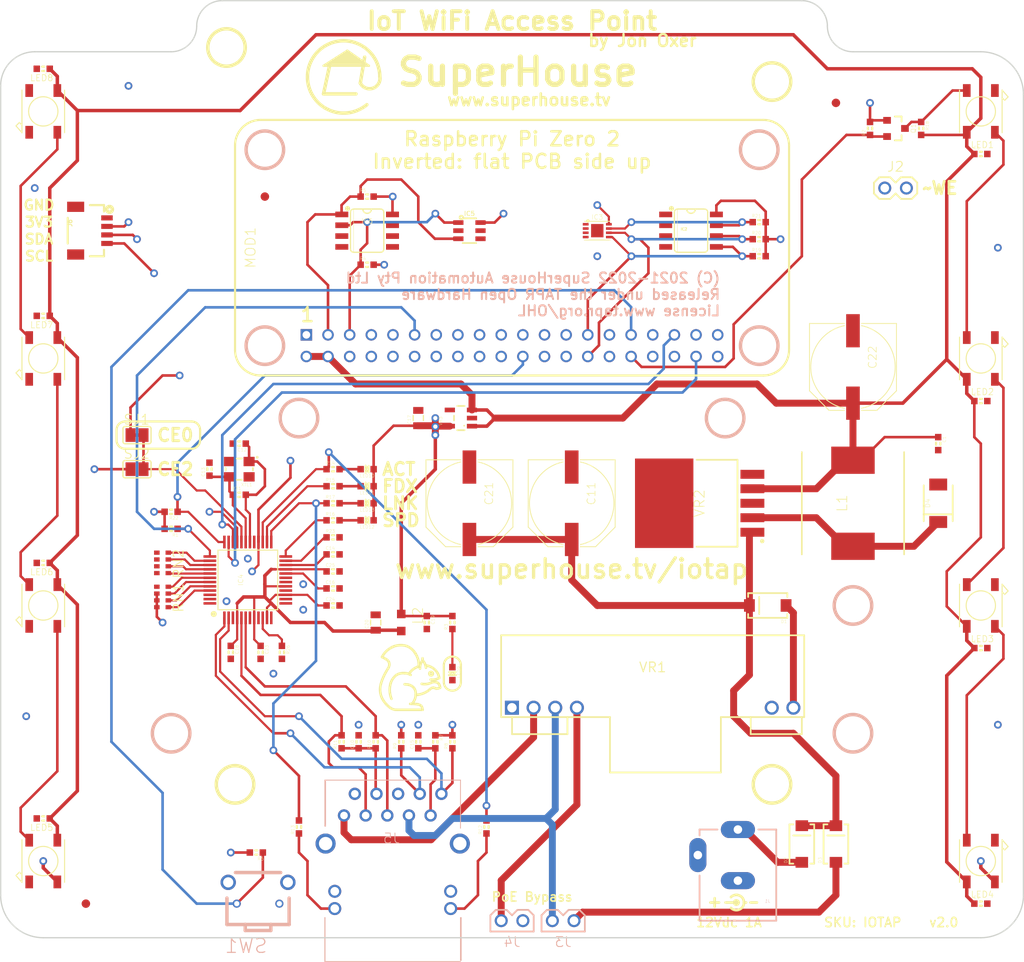
<source format=kicad_pcb>
(kicad_pcb (version 20221018) (generator pcbnew)
  (layers (0 "F.Cu" signal) (1 "In1.Cu" signal) (2 "In2.Cu" signal) (31 "B.Cu" signal) (34 "B.Paste" user) (35 "F.Paste" user) (36 "B.SilkS" user "B.Silkscreen") (37 "F.SilkS" user "F.Silkscreen") (38 "B.Mask" user) (39 "F.Mask" user) (44 "Edge.Cuts" user))
  (net 0 "")
  (net 1 "GND")
  (net 2 "5V")
  (net 3 "N$10")
  (net 4 "N$11")
  (net 5 "N$12")
  (net 6 "N$13")
  (net 7 "N$14")
  (net 8 "N$15")
  (net 9 "N$9")
  (net 10 "3.3V")
  (net 11 "N$19")
  (net 12 "N$17")
  (net 13 "LEDS")
  (net 14 "12V")
  (net 15 "IO6_~{BUTTON}")
  (net 16 "N$16")
  (net 17 "LINKLED")
  (net 18 "FDXLED")
  (net 19 "SPDLED")
  (net 20 "N$327")
  (net 21 "N$329")
  (net 22 "N$26")
  (net 23 "N$28")
  (net 24 "TXOP")
  (net 25 "RXIP")
  (net 26 "RXIN")
  (net 27 "TXON")
  (net 28 "3V3A")
  (net 29 "ACTLED")
  (net 30 "1V2O")
  (net 31 "N$18")
  (net 32 "N$27")
  (net 33 "N$31")
  (net 34 "N$33")
  (net 35 "N$34")
  (net 36 "N$32")
  (net 37 "N$20")
  (net 38 "N$36")
  (net 39 "N$37")
  (net 40 "N$38")
  (net 41 "N$39")
  (net 42 "N$40")
  (net 43 "N$41")
  (net 44 "N$42")
  (net 45 "N$43")
  (net 46 "IO2_SDA")
  (net 47 "IO3_SCL")
  (net 48 "IO9_CIPO")
  (net 49 "IO10_COPI")
  (net 50 "IO11_SCK")
  (net 51 "IO25_~{ETH_INT}")
  (net 52 "IO8")
  (net 53 "N$1")
  (net 54 "N$2")
  (net 55 "IO19_CIPO1")
  (net 56 "IO20_COPI1")
  (net 57 "IO21_SCK1")
  (net 58 "IO17_~{ETH_RST}")
  (net 59 "N$3")
  (net 60 "N$4")
  (net 61 "VA1")
  (net 62 "VA2")
  (net 63 "VB1")
  (net 64 "VB2")
  (net 65 "~{ETH_CS}")
  (net 66 "IO18_~{CE0}")
  (net 67 "IO16_~{CE2}")
  (net 68 "IO12_LEDS")
  (net 69 "ID_SDA")
  (net 70 "ID_SCL")
  (net 71 "N$5")
  (footprint "IOTAP:R0603" (layer "F.Cu") (at 127.5011 111.0036)
    (fp_text reference "R16")
    (fp_text value "470R")
  )
  (footprint "IOTAP:CRYSTAL-SMD-3X2" (layer "F.Cu") (at 116.5011 105.0036 180)
    (fp_text reference "XTL1")
    (fp_text value "25MHz")
  )
  (footprint "" (layer "F.Cu") (at 187.0011 76.5036)
    (fp_text reference "@HOLE3" hide)
    (fp_text value "")
  )
  (footprint "" (layer "F.Cu") (at 115.0011 55.5036)
    (fp_text reference "@HOLE6" hide)
    (fp_text value "")
  )
  (footprint "IOTAP:WS2812B" (layer "F.Cu") (at 93.5011 121.0036 90)
    (fp_text reference "LED6")
    (fp_text value "WS2812B5050" hide)
  )
  (footprint "IOTAP:WS2812B" (layer "F.Cu") (at 203.5011 92.0036 -90)
    (fp_text reference "LED2")
    (fp_text value "WS2812B5050" hide)
  )
  (footprint "IOTAP:C0603" (layer "F.Cu") (at 127.5011 115.0036)
    (fp_text reference "C14")
    (fp_text value "10nF")
  )
  (footprint "IOTAP:C0603" (layer "F.Cu") (at 93.5011 87.0036 180)
    (fp_text reference "C3")
    (fp_text value "100nF")
  )
  (footprint "IOTAP:PANASONIC_G" (layer "F.Cu") (at 143.5011 109.0036 -90)
    (fp_text reference "C21")
    (fp_text value "330uF 50V")
  )
  (footprint "" (layer "F.Cu") (at 123.5011 99.0036)
    (fp_text reference "@HOLE9" hide)
    (fp_text value "")
  )
  (footprint "" (layer "F.Cu") (at 179.0011 59.5036)
    (fp_text reference "@HOLE7" hide)
    (fp_text value "")
  )
  (footprint "IOTAP:FIDUCIAL-1X2.5" (layer "F.Cu") (at 186.5011 62.0036)
    (fp_text reference "FID2" hide)
    (fp_text value "FIDUCIAL1X2.5" hide)
  )
  (footprint "IOTAP:C0603" (layer "F.Cu") (at 119.0011 126.5036 -90)
    (fp_text reference "C23")
    (fp_text value "100nF")
  )
  (footprint "" (layer "F.Cu") (at 194.0011 150.0036)
    (fp_text reference "@HOLE0" hide)
    (fp_text value "")
  )
  (footprint "IOTAP:SMA-DIODE" (layer "F.Cu") (at 186.5011 149.0036 90)
    (fp_text reference "D3")
    (fp_text value "SS56")
  )
  (footprint "IOTAP:LED-0603" (layer "F.Cu") (at 131.5011 105.0036 180)
    (fp_text reference "LED10")
    (fp_text value "GREEN")
  )
  (footprint "IOTAP:R0603" (layer "F.Cu") (at 145.5011 147.0036 90)
    (fp_text reference "R12")
    (fp_text value "470R")
  )
  (footprint "" (layer "F.Cu") (at 188.5011 136.0036)
    (fp_text reference "@HOLE11" hide)
    (fp_text value "")
  )
  (footprint "IOTAP:C0603" (layer "F.Cu") (at 127.5011 117.0036)
    (fp_text reference "C25")
    (fp_text value "100nF")
  )
  (footprint "IOTAP:R0603" (layer "F.Cu") (at 127.5011 113.0036)
    (fp_text reference "R23")
    (fp_text value "10K")
  )
  (footprint "IOTAP:SOIC8" (layer "F.Cu") (at 131.5011 77.0036)
    (fp_text reference "IC6")
    (fp_text value "AT30TSE752A-SOIC8")
  )
  (footprint "IOTAP:SOT23-3" (layer "F.Cu") (at 193.5011 65.0036 -90)
    (fp_text reference "Q1")
    (fp_text value "2N7002")
  )
  (footprint "IOTAP:R0603" (layer "F.Cu") (at 177.5011 78.0036)
    (fp_text reference "R20")
    (fp_text value "4K7")
  )
  (footprint "IOTAP:C0603" (layer "F.Cu") (at 203.5011 156.0036)
    (fp_text reference "C9")
    (fp_text value "100nF")
  )
  (footprint "IOTAP:FIDUCIAL-1X2.5" (layer "F.Cu") (at 98.5011 156.0036)
    (fp_text reference "FID1" hide)
    (fp_text value "FIDUCIAL1X2.5" hide)
  )
  (footprint "IOTAP:SJC" (layer "F.Cu") (at 104.5011 101.0036)
    (fp_text reference "SJ1")
    (fp_text value "CE0")
  )
  (footprint "IOTAP:L2012C" (layer "F.Cu") (at 135.5011 123.0036 -90)
    (fp_text reference "L2")
    (fp_text value "1uH 250mA 0805")
  )
  (footprint "IOTAP:R0603" (layer "F.Cu") (at 123.5011 147.0036 90)
    (fp_text reference "R13")
    (fp_text value "470R")
  )
  (footprint "IOTAP:C0603" (layer "F.Cu") (at 113.0011 105.0036 90)
    (fp_text reference "C13")
    (fp_text value "18pF")
  )
  (footprint "IOTAP:C0603" (layer "F.Cu") (at 116.5011 102.0036 180)
    (fp_text reference "C12")
    (fp_text value "18pF")
  )
  (footprint "IOTAP:TO170P1435X465-6N" (layer "F.Cu") (at 170.5011 109.0036 90)
    (fp_text reference "VR2")
    (fp_text value "LM2596S-5.0")
  )
  (footprint "IOTAP:R0603" (layer "F.Cu") (at 141.5011 137.0036 90)
    (fp_text reference "R8")
    (fp_text value "49R9 1%")
  )
  (footprint "" (layer "F.Cu") (at 179.0011 142.0036)
    (fp_text reference "@HOLE5" hide)
    (fp_text value "")
  )
  (footprint "IOTAP:UDFN8" (layer "F.Cu") (at 158.5011 77.0036)
    (fp_text reference "IC3")
    (fp_text value "CAT24C32-UDFN8")
  )
  (footprint "IOTAP:C0603" (layer "F.Cu") (at 203.5011 126.0036)
    (fp_text reference "C8")
    (fp_text value "100nF")
  )
  (footprint "IOTAP:WS2812B" (layer "F.Cu") (at 93.5011 151.0036 90)
    (fp_text reference "LED5")
    (fp_text value "WS2812B5050" hide)
  )
  (footprint "IOTAP:R0603" (layer "F.Cu") (at 108.5011 112.0036 180)
    (fp_text reference "R1")
    (fp_text value "10K")
  )
  (footprint "IOTAP:C0603" (layer "F.Cu") (at 93.5011 146.0036 180)
    (fp_text reference "C5")
    (fp_text value "100nF")
  )
  (footprint "IOTAP:CAY16" (layer "F.Cu") (at 107.5011 120.0036 90)
    (fp_text reference "RN1")
    (fp_text value "10K")
  )
  (footprint "IOTAP:WS2812B" (layer "F.Cu") (at 203.5011 63.0036 -90)
    (fp_text reference "LED1")
    (fp_text value "WS2812B5050" hide)
  )
  (footprint "IOTAP:C0805" (layer "F.Cu") (at 137.5011 99.0036 90)
    (fp_text reference "C17")
    (fp_text value "10uF")
  )
  (footprint "IOTAP:R0603" (layer "F.Cu") (at 108.5011 110.0036 180)
    (fp_text reference "R22")
    (fp_text value "10K")
  )
  (footprint "IOTAP:C0603" (layer "F.Cu") (at 203.5011 97.0036)
    (fp_text reference "C7")
    (fp_text value "100nF")
  )
  (footprint "IOTAP:R0603" (layer "F.Cu") (at 131.5011 73.0036)
    (fp_text reference "R5")
    (fp_text value "4K7")
  )
  (footprint "" (layer "F.Cu") (at 116.0011 142.0036)
    (fp_text reference "@HOLE4" hide)
    (fp_text value "")
  )
  (footprint "IOTAP:SJ" (layer "F.Cu") (at 104.5011 105.0036)
    (fp_text reference "SJ2")
    (fp_text value "CE2")
  )
  (footprint "IOTAP:WS2812B" (layer "F.Cu") (at 203.5011 151.0036 -90)
    (fp_text reference "LED4")
    (fp_text value "WS2812B5050" hide)
  )
  (footprint "IOTAP:WS2812B" (layer "F.Cu") (at 93.5011 92.0036 90)
    (fp_text reference "LED7")
    (fp_text value "WS2812B5050" hide)
  )
  (footprint "IOTAP:C0603" (layer "F.Cu") (at 93.5011 116.0036 180)
    (fp_text reference "C4")
    (fp_text value "100nF")
  )
  (footprint "IOTAP:R0603" (layer "F.Cu") (at 128.5011 137.0036 90)
    (fp_text reference "R11")
    (fp_text value "49R9 1%")
  )
  (footprint "" (layer "F.Cu") (at 108.5011 136.0036)
    (fp_text reference "@HOLE12" hide)
    (fp_text value "")
  )
  (footprint "IOTAP:R0603" (layer "F.Cu") (at 121.5011 126.5036 -90)
    (fp_text reference "R26")
    (fp_text value "12.4K 1%")
  )
  (footprint "IOTAP:R0603" (layer "F.Cu") (at 131.5011 81.0036)
    (fp_text reference "R4")
    (fp_text value "4K7")
  )
  (footprint "IOTAP:PANASONIC_G" (layer "F.Cu") (at 155.5011 109.0036 -90)
    (fp_text reference "C11")
    (fp_text value "330uF 50V")
  )
  (footprint "IOTAP:C0603" (layer "F.Cu") (at 203.5011 68.0036)
    (fp_text reference "C6")
    (fp_text value "100nF")
  )
  (footprint "IOTAP:LED-0603" (layer "F.Cu") (at 131.5011 107.0036 180)
    (fp_text reference "LED11")
    (fp_text value "GREEN")
  )
  (footprint "" (layer "F.Cu") (at 101.0011 150.0036)
    (fp_text reference "@HOLE1" hide)
    (fp_text value "")
  )
  (footprint "IOTAP:SOT23-5" (layer "F.Cu") (at 142.5011 99.0036 90)
    (fp_text reference "VR3")
    (fp_text value "AP2112KSOT25")
  )
  (footprint "IOTAP:LED-0603" (layer "F.Cu") (at 141.5011 129.0036 -90)
    (fp_text reference "LED9")
    (fp_text value "BLUE")
  )
  (footprint "IOTAP:FIDUCIAL-1X2.5" (layer "F.Cu") (at 119.5011 73.0036)
    (fp_text reference "FID3" hide)
    (fp_text value "FIDUCIAL1X2.5" hide)
  )
  (footprint "" (layer "F.Cu") (at 110.0011 76.5036)
    (fp_text reference "@HOLE2" hide)
    (fp_text value "")
  )
  (footprint "IOTAP:R0603" (layer "F.Cu") (at 132.5011 137.0036 90)
    (fp_text reference "R10")
    (fp_text value "49R9 1%")
  )
  (footprint "IOTAP:R0603" (layer "F.Cu") (at 141.5011 123.0036 90)
    (fp_text reference "R3")
    (fp_text value "4K7")
  )
  (footprint "IOTAP:PANASONIC_G" (layer "F.Cu") (at 188.5011 93.0036 -90)
    (fp_text reference "C22")
    (fp_text value "330uF 25V")
  )
  (footprint "IOTAP:R0603" (layer "F.Cu") (at 116.5011 108.0036)
    (fp_text reference "R31")
    (fp_text value "1M")
  )
  (footprint "IOTAP:1X04_QWIIC_1MM_RA" (layer "F.Cu") (at 98.5011 77.0036 -90)
    (fp_text reference "J6")
    (fp_text value "")
  )
  (footprint "IOTAP:C0603" (layer "F.Cu") (at 127.5011 121.0036)
    (fp_text reference "C24")
    (fp_text value "100nF")
  )
  (footprint "IOTAP:C0603" (layer "F.Cu") (at 137.5011 137.0036 90)
    (fp_text reference "C15")
    (fp_text value "22nF")
  )
  (footprint "IOTAP:SMA-DIODE" (layer "F.Cu") (at 182.5011 149.0036 90)
    (fp_text reference "D2")
    (fp_text value "SS56")
  )
  (footprint "IOTAP:R0603" (layer "F.Cu") (at 135.5011 137.0036 90)
    (fp_text reference "R9")
    (fp_text value "49R9 1%")
  )
  (footprint "IOTAP:LED-0603" (layer "F.Cu") (at 131.5011 111.0036 180)
    (fp_text reference "LED12")
    (fp_text value "GREEN")
  )
  (footprint "" (layer "F.Cu") (at 173.5011 99.0036)
    (fp_text reference "@HOLE8" hide)
    (fp_text value "")
  )
  (footprint "IOTAP:WS2812B" (layer "F.Cu") (at 203.5011 121.0036 -90)
    (fp_text reference "LED3")
    (fp_text value "WS2812B5050" hide)
  )
  (footprint "IOTAP:R0603" (layer "F.Cu") (at 177.5011 76.0036)
    (fp_text reference "R21")
    (fp_text value "1K")
  )
  (footprint "IOTAP:WS2812B" (layer "F.Cu") (at 93.5011 63.0036 90)
    (fp_text reference "LED8")
    (fp_text value "WS2812B5050" hide)
  )
  (footprint "" (layer "F.Cu") (at 188.5011 121.0036)
    (fp_text reference "@HOLE10" hide)
    (fp_text value "")
  )
  (footprint "IOTAP:C0603" (layer "F.Cu") (at 138.5011 123.0036 -90)
    (fp_text reference "C19")
    (fp_text value "100nF")
  )
  (footprint "IOTAP:DP1435" (layer "F.Cu") (at 165.0011 133.0036)
    (fp_text reference "VR1")
    (fp_text value "DP1435-12V")
  )
  (footprint "IOTAP:SOT23-6" (layer "F.Cu") (at 143.5011 77.0036)
    (fp_text reference "IC5")
    (fp_text value "MCP24AA025E48-SOT23-6")
  )
  (footprint "IOTAP:C0603" (layer "F.Cu") (at 93.5011 58.0036 180)
    (fp_text reference "C2")
    (fp_text value "100nF")
  )
  (footprint "IOTAP:SMA-DIODE" (layer "F.Cu") (at 178.5011 121.0036 180)
    (fp_text reference "D1")
    (fp_text value "SS56")
  )
  (footprint "IOTAP:C0603" (layer "F.Cu") (at 127.5011 119.0036)
    (fp_text reference "C16")
    (fp_text value "4.7uF")
  )
  (footprint "IOTAP:R0603" (layer "F.Cu") (at 127.5011 105.0036)
    (fp_text reference "R14")
    (fp_text value "470R")
  )
  (footprint "IOTAP:R0603" (layer "F.Cu") (at 190.5011 65.0036 90)
    (fp_text reference "R2")
    (fp_text value "10K")
  )
  (footprint "IOTAP:R0603" (layer "F.Cu") (at 139.5011 137.0036 -90)
    (fp_text reference "R7")
    (fp_text value "10R")
  )
  (footprint "IOTAP:SOIC8" (layer "F.Cu") (at 169.5011 77.0036)
    (fp_text reference "IC2")
    (fp_text value "CAT24C32-SOIC8")
  )
  (footprint "IOTAP:LED-0603" (layer "F.Cu") (at 131.5011 109.0036 180)
    (fp_text reference "LED13")
    (fp_text value "YELLOW")
  )
  (footprint "IOTAP:INDPM120120X800N" (layer "F.Cu") (at 188.5011 109.0036 90)
    (fp_text reference "L1")
    (fp_text value "SMDRI127-330MT")
  )
  (footprint "IOTAP:1X02" (layer "F.Cu") (at 193.5011 72.0036)
    (fp_text reference "J2")
    (fp_text value "!WRITE")
  )
  (footprint "IOTAP:R0603" (layer "F.Cu") (at 127.5011 109.0036)
    (fp_text reference "R17")
    (fp_text value "470R")
  )
  (footprint "IOTAP:CAY16" (layer "F.Cu") (at 107.5011 116.0036 90)
    (fp_text reference "RN2")
    (fp_text value "10K")
  )
  (footprint "IOTAP:SOD-128" (layer "F.Cu") (at 198.5011 109.0036 90)
    (fp_text reference "D4")
    (fp_text value "PMEG3050EP,115")
  )
  (footprint "IOTAP:C0603" (layer "F.Cu") (at 130.5011 137.0036 90)
    (fp_text reference "C10")
    (fp_text value "10nF")
  )
  (footprint "IOTAP:R0603" (layer "F.Cu") (at 177.5011 80.0036)
    (fp_text reference "R19")
    (fp_text value "4K7")
  )
  (footprint "IOTAP:LQFP48" (layer "F.Cu") (at 117.5011 118.0036 90)
    (fp_text reference "IC4")
    (fp_text value "W5500-LQFP")
  )
  (footprint "IOTAP:R0603" (layer "F.Cu") (at 118.5011 150.0036 180)
    (fp_text reference "R6")
    (fp_text value "10K")
  )
  (footprint "IOTAP:R0603" (layer "F.Cu") (at 196.5011 65.0036 -90)
    (fp_text reference "R18")
    (fp_text value "10K")
  )
  (footprint "IOTAP:R0603" (layer "F.Cu") (at 127.5011 107.0036)
    (fp_text reference "R15")
    (fp_text value "470R")
  )
  (footprint "IOTAP:C0805" (layer "F.Cu") (at 132.5011 123.0036 90)
    (fp_text reference "C20")
    (fp_text value "10uF")
  )
  (footprint "IOTAP:RPI-ZERO-INV" (layer "F.Cu") (at 148.5011 79.0036 90)
    (fp_text reference "MOD1")
    (fp_text value "RASPI-ZERO-INV")
  )
  (footprint "IOTAP:C0603" (layer "F.Cu") (at 198.5011 102.0036 -90)
    (fp_text reference "C1")
    (fp_text value "100nF")
  )
  (footprint "IOTAP:C0603" (layer "F.Cu") (at 115.5011 126.5036 -90)
    (fp_text reference "C18")
    (fp_text value "10nF")
  )
  (footprint "IOTAP:TC-120V" (layer "B.Cu") (at 118.7011 156.0036)
    (fp_text reference "SW1")
    (fp_text value "MODE")
  )
  (footprint "IOTAP:1X02-P-RA" (layer "B.Cu") (at 154.5011 158.0036)
    (fp_text reference "J3")
    (fp_text value "")
  )
  (footprint "IOTAP:ARJM11D7114ABEW2" (layer "B.Cu") (at 134.5011 152.0036 180)
    (fp_text reference "J5")
    (fp_text value "ARJM11D7-114-AB-EW2")
  )
  (footprint "IOTAP:POWER_JACK_SLOTS" (layer "B.Cu") (at 175.0011 161.0036 180)
    (fp_text reference "J1")
    (fp_text value "POWER_JACK-SLOTS")
  )
  (footprint "IOTAP:1X02-P-RA" (layer "B.Cu") (at 148.5011 158.0036)
    (fp_text reference "J4")
    (fp_text value "")
  )
  (gr_circle (center 108.5011 136.0036) (end 110.7011 136.0036) (stroke (width 0.4064)) (fill none) (layer "B.SilkS"))
  (gr_circle (center 119.5011 67.5036) (end 121.7011 67.5036) (stroke (width 0.4064)) (fill none) (layer "B.SilkS"))
  (gr_circle (center 177.5011 67.5036) (end 179.7011 67.5036) (stroke (width 0.4064)) (fill none) (layer "B.SilkS"))
  (gr_circle (center 188.5011 121.0036) (end 190.7011 121.0036) (stroke (width 0.4064)) (fill none) (layer "B.SilkS"))
  (gr_circle (center 188.5011 136.0036) (end 190.7011 136.0036) (stroke (width 0.4064)) (fill none) (layer "B.SilkS"))
  (gr_circle (center 119.5011 90.5036) (end 121.7011 90.5036) (stroke (width 0.4064)) (fill none) (layer "B.SilkS"))
  (gr_circle (center 173.5011 99.0036) (end 175.7011 99.0036) (stroke (width 0.4064)) (fill none) (layer "B.SilkS"))
  (gr_circle (center 123.5011 99.0036) (end 125.7011 99.0036) (stroke (width 0.4064)) (fill none) (layer "B.SilkS"))
  (gr_circle (center 177.5011 90.5036) (end 179.7011 90.5036) (stroke (width 0.4064)) (fill none) (layer "B.SilkS"))
  (gr_line (start 103.1011 102.6036) (end 110.9011 102.6036) (stroke (width 0.254)) (layer "F.SilkS"))
  (gr_line (start 126.8911 57.3916) (end 127.1451 57.3916) (stroke (width 0.254)) (layer "F.SilkS"))
  (gr_arc (start 133.1011 130.2536) (mid 133.256106 129.771234) (end 133.4511 129.3036) (stroke (width 0.3048)) (layer "F.SilkS"))
  (gr_line (start 116.0011 67.0036) (end 116.0011 91.0036) (stroke (width 0.254)) (layer "F.SilkS"))
  (gr_arc (start 136.5511 132.5536) (mid 137.002181 132.559149) (end 137.4511 132.6036) (stroke (width 0.3048)) (layer "F.SilkS"))
  (gr_arc (start 178.0011 64.0036) (mid 180.12242 64.88228) (end 181.0011 67.0036) (stroke (width 0.254)) (layer "F.SilkS"))
  (gr_arc (start 135.9011 130.2536) (mid 136.127181 130.268875) (end 136.3511 130.3036) (stroke (width 0.3048)) (layer "F.SilkS"))
  (gr_line (start 119.0011 94.0036) (end 178.0011 94.0036) (stroke (width 0.254)) (layer "F.SilkS"))
  (gr_arc (start 138.4011 128.0536) (mid 138.971739 128.207758) (end 139.4511 128.5536) (stroke (width 0.3048)) (layer "F.SilkS"))
  (gr_arc (start 138.8011 130.9036) (mid 138.980815 130.746145) (end 139.2011 130.653601) (stroke (width 0.3048)) (layer "F.SilkS"))
  (gr_arc (start 138.001099 127.453599) (mid 138.278686 127.842088) (end 138.4011 128.3036) (stroke (width 0.3048)) (layer "F.SilkS"))
  (gr_arc (start 141.5011 131.0036) (mid 140.793993 130.710707) (end 140.5011 130.0036) (stroke (width 0.254)) (layer "F.SilkS"))
  (gr_line (start 126.3831 60.9476) (end 127.1451 57.3916) (stroke (width 0.4064)) (layer "F.SilkS"))
  (gr_arc (start 133.0511 131.2536) (mid 133.021157 130.750853) (end 133.1011 130.2536) (stroke (width 0.3048)) (layer "F.SilkS"))
  (gr_arc (start 181.0011 91.0036) (mid 180.12242 93.12492) (end 178.0011 94.0036) (stroke (width 0.254)) (layer "F.SilkS"))
  (gr_arc (start 103.1011 102.6036) (mid 102.393993 102.310707) (end 102.1011 101.6036) (stroke (width 0.254)) (layer "F.SilkS"))
  (gr_arc (start 140.5011 128.0036) (mid 140.793993 127.296493) (end 141.5011 127.0036) (stroke (width 0.254)) (layer "F.SilkS"))
  (gr_line (start 129.9391 56.8836) (end 128.6691 56.8836) (stroke (width 0.4064)) (layer "F.SilkS"))
  (gr_arc (start 133.8011 132.6536) (mid 133.588352 132.413798) (end 133.4011 132.1536) (stroke (width 0.3048)) (layer "F.SilkS"))
  (gr_line (start 126.3831 57.6456) (end 129.1771 55.8676) (stroke (width 0.254)) (layer "F.SilkS"))
  (gr_arc (start 137.701099 128.4036) (mid 137.764385 127.901216) (end 138.0011 127.4536) (stroke (width 0.3048)) (layer "F.SilkS"))
  (gr_line (start 128.6691 56.8836) (end 129.1771 56.6296) (stroke (width 0.4064)) (layer "F.SilkS"))
  (gr_line (start 127.6531 57.1376) (end 129.1771 56.3756) (stroke (width 0.4064)) (layer "F.SilkS"))
  (gr_arc (start 134.3511 131.9536) (mid 134.15505 131.061714) (end 134.2511 130.153601) (stroke (width 0.3048)) (layer "F.SilkS"))
  (gr_arc (start 133.2511 127.0536) (mid 133.791566 126.334939) (end 134.5511 125.8536) (stroke (width 0.3048)) (layer "F.SilkS"))
  (gr_arc (start 134.051099 127.6536) (mid 134.100972 127.825047) (end 134.1011 128.0036) (stroke (width 0.3048)) (layer "F.SilkS"))
  (gr_line (start 138.0011 127.5036) (end 138.0011 127.2036) (stroke (width 0.3048)) (layer "F.SilkS"))
  (gr_arc (start 142.5011 130.0036) (mid 142.208207 130.710707) (end 141.5011 131.0036) (stroke (width 0.254)) (layer "F.SilkS"))
  (gr_circle (center 139.0011 129.0036) (end 139.0511 129.0036) (stroke (width 0.3048)) (fill none) (layer "F.SilkS"))
  (gr_line (start 127.1451 57.3916) (end 130.9551 57.3916) (stroke (width 0.254)) (layer "F.SilkS"))
  (gr_line (start 181.0011 91.0036) (end 181.0011 67.0036) (stroke (width 0.254)) (layer "F.SilkS"))
  (gr_arc (start 134.2011 133.0036) (mid 133.994506 132.836137) (end 133.8011 132.6536) (stroke (width 0.3048)) (layer "F.SilkS"))
  (gr_arc (start 175.0731 155.8716) (mid 174.998705 156.051205) (end 174.8191 156.1256) (stroke (width 0.3048)) (layer "F.SilkS"))
  (gr_arc (start 140.0511 130.6536) (mid 139.809214 130.744169) (end 139.551101 130.7536) (stroke (width 0.3048)) (layer "F.SilkS"))
  (gr_arc (start 137.1011 126.5536) (mid 137.476709 127.337525) (end 137.5511 128.2036) (stroke (width 0.3048)) (layer "F.SilkS"))
  (gr_arc (start 138.8011 130.9036) (mid 138.049784 131.333422) (end 137.201101 131.5036) (stroke (width 0.3048)) (layer "F.SilkS"))
  (gr_arc (start 133.4511 129.3036) (mid 133.68535 128.84485) (end 133.9511 128.4036) (stroke (width 0.3048)) (layer "F.SilkS"))
  (gr_line (start 130.7011 59.6776) (end 131.2091 56.6296) (stroke (width 0.4064)) (layer "F.SilkS"))
  (gr_arc (start 136.351099 130.3036) (mid 136.712611 130.444269) (end 137.0011 130.7036) (stroke (width 0.3048)) (layer "F.SilkS"))
  (gr_line (start 129.1771 56.3756) (end 129.9391 56.8836) (stroke (width 0.4064)) (layer "F.SilkS"))
  (gr_arc (start 139.9011 130.2036) (mid 140.012612 130.416429) (end 140.0511 130.6536) (stroke (width 0.3048)) (layer "F.SilkS"))
  (gr_arc (start 136.1011 125.7536) (mid 136.737814 126.128194) (end 137.2011 126.7036) (stroke (width 0.3048)) (layer "F.SilkS"))
  (gr_arc (start 133.2511 127.0536) (mid 133.484412 127.163638) (end 133.7011 127.3036) (stroke (width 0.3048)) (layer "F.SilkS"))
  (gr_line (start 173.5491 155.8716) (end 174.5651 155.8716) (stroke (width 0.3048)) (layer "F.SilkS"))
  (gr_arc (start 139.0511 130.0536) (mid 138.488271 130.22191) (end 137.901101 130.2036) (stroke (width 0.3048)) (layer "F.SilkS"))
  (gr_arc (start 139.4511 128.5536) (mid 139.787814 128.982961) (end 139.9511 129.5036) (stroke (width 0.3048)) (layer "F.SilkS"))
  (gr_line (start 142.5011 130.0036) (end 142.5011 128.0036) (stroke (width 0.254)) (layer "F.SilkS"))
  (gr_circle (center 115.0011 55.5036) (end 117.2011 55.5036) (stroke (width 0.4064)) (fill none) (layer "F.SilkS"))
  (gr_arc (start 139.2511 130.6536) (mid 139.409214 130.679258) (end 139.5511 130.7536) (stroke (width 0.3048)) (layer "F.SilkS"))
  (gr_arc (start 110.9011 99.4036) (mid 111.608207 99.696493) (end 111.9011 100.4036) (stroke (width 0.254)) (layer "F.SilkS"))
  (gr_circle (center 179.0011 59.5036) (end 181.2011 59.5036) (stroke (width 0.4064)) (fill none) (layer "F.SilkS"))
  (gr_line (start 129.1771 55.8676) (end 131.7171 57.6456) (stroke (width 0.254)) (layer "F.SilkS"))
  (gr_line (start 140.5011 128.0036) (end 140.5011 130.0036) (stroke (width 0.254)) (layer "F.SilkS"))
  (gr_line (start 175.7081 155.8716) (end 175.9621 155.8716) (stroke (width 0.3048)) (layer "F.SilkS"))
  (gr_arc (start 119.0011 94.0036) (mid 116.87978 93.12492) (end 116.0011 91.0036) (stroke (width 0.254)) (layer "F.SilkS"))
  (gr_arc (start 141.5011 127.0036) (mid 142.208207 127.296493) (end 142.5011 128.0036) (stroke (width 0.254)) (layer "F.SilkS"))
  (gr_arc (start 137.2011 131.5036) (mid 137.071942 132.069675) (end 136.7511 132.5536) (stroke (width 0.3048)) (layer "F.SilkS"))
  (gr_arc (start 139.9511 129.5036) (mid 139.469356 129.694878) (end 138.9511 129.7036) (stroke (width 0.3048)) (layer "F.SilkS"))
  (gr_arc (start 174.8191 156.1256) (mid 174.639495 156.051205) (end 174.5651 155.8716) (stroke (width 0.3048)) (layer "F.SilkS"))
  (gr_line (start 172.2791 155.3636) (end 172.2791 156.3796) (stroke (width 0.3048)) (layer "F.SilkS"))
  (gr_line (start 178.0011 64.0036) (end 119.0011 64.0036) (stroke (width 0.254)) (layer "F.SilkS"))
  (gr_arc (start 135.9011 128.9536) (mid 136.267328 128.996803) (end 136.6011 129.1536) (stroke (width 0.3048)) (layer "F.SilkS"))
  (gr_arc (start 137.0011 130.7036) (mid 137.169559 131.060344) (end 137.2011 131.4536) (stroke (width 0.3048)) (layer "F.SilkS"))
  (gr_arc (start 131.4631 62.217601) (mid 124.890618 57.181456) (end 132.9871 58.9156) (stroke (width 0.4064)) (layer "F.SilkS"))
  (gr_arc (start 132.9871 58.9156) (mid 132.173439 60.284616) (end 130.7011 59.677602) (stroke (width 0.4064)) (layer "F.SilkS"))
  (gr_arc (start 174.5651 155.8716) (mid 174.639495 155.691995) (end 174.8191 155.6176) (stroke (width 0.3048)) (layer "F.SilkS"))
  (gr_arc (start 174.8191 155.6176) (mid 174.998705 155.691995) (end 175.0731 155.8716) (stroke (width 0.3048)) (layer "F.SilkS"))
  (gr_line (start 174.5651 155.8716) (end 174.8191 155.8716) (stroke (width 0.3048)) (layer "F.SilkS"))
  (gr_line (start 130.1931 60.9476) (end 126.3831 60.9476) (stroke (width 0.4064)) (layer "F.SilkS"))
  (gr_line (start 129.1771 56.1216) (end 127.1451 57.3916) (stroke (width 0.254)) (layer "F.SilkS"))
  (gr_arc (start 174.1841 155.2366) (mid 175.717126 155.8716) (end 174.1841 156.5066) (stroke (width 0.3048)) (layer "F.SilkS"))
  (gr_line (start 110.9011 99.4036) (end 103.1011 99.4036) (stroke (width 0.254)) (layer "F.SilkS"))
  (gr_arc (start 111.9011 101.6036) (mid 111.608207 102.310707) (end 110.9011 102.6036) (stroke (width 0.254)) (layer "F.SilkS"))
  (gr_arc (start 139.0511 130.0536) (mid 139.322043 129.983974) (end 139.6011 130.003601) (stroke (width 0.3048)) (layer "F.SilkS"))
  (gr_arc (start 116.0011 67.0036) (mid 116.87978 64.88228) (end 119.0011 64.0036) (stroke (width 0.254)) (layer "F.SilkS"))
  (gr_arc (start 137.8511 132.8036) (mid 137.962612 133.016429) (end 138.0011 133.2536) (stroke (width 0.3048)) (layer "F.SilkS"))
  (gr_arc (start 102.1011 100.4036) (mid 102.393993 99.696493) (end 103.1011 99.4036) (stroke (width 0.254)) (layer "F.SilkS"))
  (gr_arc (start 139.6011 130.0036) (mid 139.767328 130.079258) (end 139.9011 130.2036) (stroke (width 0.3048)) (layer "F.SilkS"))
  (gr_line (start 130.9551 57.3916) (end 129.1771 56.1216) (stroke (width 0.254)) (layer "F.SilkS"))
  (gr_arc (start 134.9511 133.2536) (mid 134.555815 133.189454) (end 134.2011 133.003601) (stroke (width 0.3048)) (layer "F.SilkS"))
  (gr_arc (start 136.401099 129.0536) (mid 136.893949 128.49863) (end 137.5511 128.1536) (stroke (width 0.3048)) (layer "F.SilkS"))
  (gr_arc (start 137.4511 132.6036) (mid 137.667328 132.671144) (end 137.8511 132.8036) (stroke (width 0.3048)) (layer "F.SilkS"))
  (gr_line (start 131.7171 57.6456) (end 126.3831 57.6456) (stroke (width 0.254)) (layer "F.SilkS"))
  (gr_arc (start 133.701099 127.3036) (mid 133.908047 127.446653) (end 134.0511 127.6536) (stroke (width 0.3048)) (layer "F.SilkS"))
  (gr_line (start 138.0011 133.2536) (end 134.9511 133.2536) (stroke (width 0.3048)) (layer "F.SilkS"))
  (gr_arc (start 134.9511 129.1536) (mid 135.409872 128.976518) (end 135.9011 128.953601) (stroke (width 0.3048)) (layer "F.SilkS"))
  (gr_line (start 111.9011 101.6036) (end 111.9011 100.4036) (stroke (width 0.254)) (layer "F.SilkS"))
  (gr_arc (start 134.2511 130.1536) (mid 134.519961 129.596803) (end 134.9511 129.153601) (stroke (width 0.3048)) (layer "F.SilkS"))
  (gr_line (start 171.7711 155.8716) (end 172.7871 155.8716) (stroke (width 0.3048)) (layer "F.SilkS"))
  (gr_circle (center 179.0011 142.0036) (end 181.2011 142.0036) (stroke (width 0.4064)) (fill none) (layer "F.SilkS"))
  (gr_arc (start 133.4011 132.1536) (mid 133.180505 131.721331) (end 133.0511 131.2536) (stroke (width 0.3048)) (layer "F.SilkS"))
  (gr_arc (start 134.401099 125.9036) (mid 135.237408 125.673427) (end 136.1011 125.7536) (stroke (width 0.3048)) (layer "F.SilkS"))
  (gr_circle (center 116.0011 142.0036) (end 118.2011 142.0036) (stroke (width 0.4064)) (fill none) (layer "F.SilkS"))
  (gr_line (start 102.1011 100.4036) (end 102.1011 101.6036) (stroke (width 0.254)) (layer "F.SilkS"))
  (gr_line (start 176.4701 155.8716) (end 177.2321 155.8716) (stroke (width 0.3048)) (layer "F.SilkS"))
  (gr_line (start 130.4471 57.1376) (end 127.6531 57.1376) (stroke (width 0.4064)) (layer "F.SilkS"))
  (gr_arc (start 134.1011 128.0036) (mid 134.048017 128.211819) (end 133.9511 128.4036) (stroke (width 0.3048)) (layer "F.SilkS"))
  (gr_arc (start 88.5011 60.0036) (mid 89.672673 57.175173) (end 92.5011 56.0036) (stroke (width 0.1524)) (layer "Edge.Cuts"))
  (gr_line (start 208.5011 155.0036) (end 208.5011 61.0036) (stroke (width 0.1524)) (layer "Edge.Cuts"))
  (gr_line (start 188.5011 56.0036) (end 203.5011 56.0036) (stroke (width 0.1524)) (layer "Edge.Cuts"))
  (gr_arc (start 111.5011 53.0036) (mid 112.37978 50.88228) (end 114.5011 50.0036) (stroke (width 0.1524)) (layer "Edge.Cuts"))
  (gr_arc (start 208.5011 155.0036) (mid 207.036634 158.539134) (end 203.5011 160.0036) (stroke (width 0.1524)) (layer "Edge.Cuts"))
  (gr_arc (start 188.5011 56.0036) (mid 186.37978 55.12492) (end 185.5011 53.0036) (stroke (width 0.1524)) (layer "Edge.Cuts"))
  (gr_arc (start 93.5011 160.0036) (mid 89.965566 158.539134) (end 88.5011 155.0036) (stroke (width 0.1524)) (layer "Edge.Cuts"))
  (gr_arc (start 182.5011 50.0036) (mid 184.62242 50.88228) (end 185.5011 53.0036) (stroke (width 0.1524)) (layer "Edge.Cuts"))
  (gr_line (start 93.5011 160.0036) (end 203.5011 160.0036) (stroke (width 0.1524)) (layer "Edge.Cuts"))
  (gr_arc (start 203.5011 56.0036) (mid 207.036634 57.468066) (end 208.5011 61.0036) (stroke (width 0.1524)) (layer "Edge.Cuts"))
  (gr_line (start 88.5011 155.0036) (end 88.5011 60.0036) (stroke (width 0.1524)) (layer "Edge.Cuts"))
  (gr_arc (start 111.5011 53.0036) (mid 110.62242 55.12492) (end 108.5011 56.0036) (stroke (width 0.1524)) (layer "Edge.Cuts"))
  (gr_line (start 92.5011 56.0036) (end 108.5011 56.0036) (stroke (width 0.1524)) (layer "Edge.Cuts"))
  (gr_line (start 114.5011 50.0036) (end 182.5011 50.0036) (stroke (width 0.1524)) (layer "Edge.Cuts"))
  (gr_text "(C) 2021-2022 SuperHouse Automation Pty Ltd\nReleased under the TAPR Open Hardware\nLicense www.tapr.org/OHL" (at 173.0411 87.1136) (layer "B.SilkS") (effects (font (size 1.194816 1.194816) (thickness 0.227584)) (justify left bottom mirror)))
  (gr_text "3V3" (at 93.0011 76.0036) (layer "F.SilkS") (effects (font (size 1.16768 1.16768) (thickness 0.25632))))
  (gr_text "CE2" (at 106.7011 105.0036) (layer "F.SilkS") (effects (font (size 1.45796 1.45796) (thickness 0.32004)) (justify left)))
  (gr_text "1" (at 124.5011 87.84) (layer "F.SilkS") (effects (font (size 1.64084 1.64084) (thickness 0.28956)) (justify bottom)))
  (gr_text "SPD" (at 133.1011 111.0036) (layer "F.SilkS") (effects (font (size 1.45796 1.45796) (thickness 0.32004)) (justify left)))
  (gr_text "by Jon Oxer" (at 163.8011 55.5036) (layer "F.SilkS") (effects (font (size 1.391412 1.391412) (thickness 0.284988)) (justify bottom)))
  (gr_text "www.superhouse.tv/iotap" (at 155.5011 118.0036) (layer "F.SilkS") (effects (font (size 2.21 2.21) (thickness 0.39)) (justify bottom)))
  (gr_text "www.superhouse.tv" (at 150.5011 62.4536) (layer "F.SilkS") (effects (font (size 1.374648 1.374648) (thickness 0.301752)) (justify bottom)))
  (gr_text "SuperHouse" (at 134.7511 60.2536) (layer "F.SilkS") (effects (font (size 3.2004 3.2004) (thickness 0.6096)) (justify left bottom)))
  (gr_text "SCL" (at 93.0011 80.0036) (layer "F.SilkS") (effects (font (size 1.16768 1.16768) (thickness 0.25632))))
  (gr_text "~WE" (at 196.5011 72.0036) (layer "F.SilkS") (effects (font (size 1.45796 1.45796) (thickness 0.32004)) (justify left)))
  (gr_text "PoE Bypass" (at 146.0011 155.84) (layer "F.SilkS") (effects (font (size 1.0795 1.0795) (thickness 0.1905)) (justify left bottom)))
  (gr_text "Raspberry Pi Zero 2\nInverted: flat PCB side up" (at 148.5011 69.84) (layer "F.SilkS") (effects (font (size 1.64084 1.64084) (thickness 0.28956)) (justify bottom)))
  (gr_text "ACT" (at 133.1011 105.0036) (layer "F.SilkS") (effects (font (size 1.45796 1.45796) (thickness 0.32004)) (justify left)))
  (gr_text "LNK" (at 133.1011 109.0036) (layer "F.SilkS") (effects (font (size 1.45796 1.45796) (thickness 0.32004)) (justify left)))
  (gr_text "FDX" (at 133.1011 107.0036) (layer "F.SilkS") (effects (font (size 1.45796 1.45796) (thickness 0.32004)) (justify left)))
  (gr_text "12Vdc 1A" (at 170.0011 158.84) (layer "F.SilkS") (effects (font (size 1.0795 1.0795) (thickness 0.1905)) (justify left bottom)))
  (gr_text "SDA" (at 93.0011 78.0036) (layer "F.SilkS") (effects (font (size 1.16768 1.16768) (thickness 0.25632))))
  (gr_text "IoT WiFi Access Point" (at 148.5011 53.6036) (layer "F.SilkS") (effects (font (size 2.0828 2.0828) (thickness 0.4572)) (justify bottom)))
  (gr_text "SKU: IOTAP    v2.0" (at 185.0011 158.84) (layer "F.SilkS") (effects (font (size 1.0795 1.0795) (thickness 0.1905)) (justify left bottom)))
  (gr_text "CE0" (at 106.7011 101.0036) (layer "F.SilkS") (effects (font (size 1.45796 1.45796) (thickness 0.32004)) (justify left)))
  (gr_text "GND" (at 93.0011 74.0036) (layer "F.SilkS") (effects (font (size 1.166368 1.166368) (thickness 0.256032))))
  (via (at 205.5011 79.0036) (size 0.9064) (drill 0.5) (layers "F.Cu" "B.Cu") (net 1))
  (via (at 130.5011 135.0036) (size 0.9064) (drill 0.5) (layers "F.Cu" "B.Cu") (net 1))
  (via (at 124.0011 121.5036) (size 0.9064) (drill 0.5) (layers "F.Cu" "B.Cu") (net 1))
  (via (at 103.5011 60.0036) (size 0.9064) (drill 0.5) (layers "F.Cu" "B.Cu") (net 1))
  (via (at 115.0011 120.5036) (size 0.9064) (drill 0.5) (layers "F.Cu" "B.Cu") (net 1))
  (via (at 158.5011 80.0036) (size 0.9064) (drill 0.5) (layers "F.Cu" "B.Cu") (net 1))
  (via (at 124.0011 118.5036) (size 0.9064) (drill 0.5) (layers "F.Cu" "B.Cu") (net 1))
  (via (at 91.5011 134.0036) (size 0.9064) (drill 0.5) (layers "F.Cu" "B.Cu") (net 1))
  (via (at 137.5011 135.0036) (size 0.9064) (drill 0.5) (layers "F.Cu" "B.Cu") (net 1))
  (via (at 92.5011 72.0036) (size 0.9064) (drill 0.5) (layers "F.Cu" "B.Cu") (net 1))
  (via (at 120.5011 129.0036) (size 0.9064) (drill 0.5) (layers "F.Cu" "B.Cu") (net 1))
  (via (at 117.5011 115.5036) (size 0.9064) (drill 0.5) (layers "F.Cu" "B.Cu") (net 1))
  (via (at 205.5011 135.0036) (size 0.9064) (drill 0.5) (layers "F.Cu" "B.Cu") (net 1))
  (segment (start 94.2631 146.0036) (end 95.1511 146.8916) (width 0.4064) (layer "F.Cu") (net 2))
  (segment (start 97.5011 120.9036) (end 97.5011 142.7656) (width 0.4064) (layer "F.Cu") (net 2))
  (segment (start 145.5511 99.9536) (end 143.8012 99.9536) (width 0.4064) (layer "F.Cu") (net 2))
  (segment (start 194.3511 97.2536) (end 188.5011 97.2536) (width 0.4064) (layer "F.Cu") (net 2))
  (segment (start 203.5011 59.0036) (end 203.5011 63.8036) (width 0.4064) (layer "F.Cu") (net 2))
  (segment (start 199.5011 129.2416) (end 202.7391 126.0036) (width 0.4064) (layer "F.Cu") (net 2))
  (segment (start 94.2631 116.0036) (end 95.1511 116.8916) (width 0.4064) (layer "F.Cu") (net 2))
  (segment (start 97.5011 68.7656) (end 94.2631 72.0036) (width 0.4064) (layer "F.Cu") (net 2))
  (segment (start 97.5011 91.9036) (end 97.5011 112.7656) (width 0.4064) (layer "F.Cu") (net 2))
  (segment (start 199.5011 92.1036) (end 194.3511 97.2536) (width 0.4064) (layer "F.Cu") (net 2))
  (segment (start 201.8511 94.4536) (end 199.5011 92.1036) (width 0.4064) (layer "F.Cu") (net 2))
  (segment (start 146.5011 99.0036) (end 145.5511 99.9536) (width 0.4064) (layer "F.Cu") (net 2))
  (segment (start 142.5011 95.0036) (end 143.8012 96.3037) (width 0.8128) (layer "F.Cu") (net 2))
  (segment (start 188.5011 97.2536) (end 188.5011 103.9536) (width 0.8128) (layer "F.Cu") (net 2))
  (segment (start 143.8012 98.0536) (end 145.5511 98.0536) (width 0.4064) (layer "F.Cu") (net 2))
  (segment (start 202.5011 58.0036) (end 203.5011 59.0036) (width 0.4064) (layer "F.Cu") (net 2))
  (segment (start 95.1511 58.8916) (end 95.1511 60.5536) (width 0.4064) (layer "F.Cu") (net 2))
  (segment (start 95.1511 146.8916) (end 95.1511 148.5536) (width 0.4064) (layer "F.Cu") (net 2))
  (segment (start 165.5011 95.0036) (end 161.5011 99.0036) (width 0.8128) (layer "F.Cu") (net 2))
  (segment (start 185.5011 58.0036) (end 202.5011 58.0036) (width 0.4064) (layer "F.Cu") (net 2))
  (segment (start 97.5011 62.9036) (end 97.5011 68.7656) (width 0.4064) (layer "F.Cu") (net 2))
  (segment (start 126.9111 91.7736) (end 130.1411 95.0036) (width 0.8128) (layer "F.Cu") (net 2))
  (segment (start 179.5011 97.2536) (end 188.5011 97.2536) (width 0.8128) (layer "F.Cu") (net 2))
  (segment (start 187.5511 103.9536) (end 188.5011 103.9536) (width 0.8128) (layer "F.Cu") (net 2))
  (segment (start 192.2131 101.2416) (end 189.5011 103.9536) (width 0.3048) (layer "F.Cu") (net 2))
  (segment (start 202.7391 126.0036) (end 201.8511 125.1156) (width 0.4064) (layer "F.Cu") (net 2))
  (segment (start 199.5011 151.1036) (end 199.5011 129.2416) (width 0.4064) (layer "F.Cu") (net 2))
  (segment (start 201.8511 67.1156) (end 201.8511 65.4536) (width 0.4064) (layer "F.Cu") (net 2))
  (segment (start 199.5011 117.0036) (end 203.5011 113.0036) (width 0.3048) (layer "F.Cu") (net 2))
  (segment (start 202.7391 68.0036) (end 201.8511 67.1156) (width 0.4064) (layer "F.Cu") (net 2))
  (segment (start 116.6011 62.9036) (end 125.5011 54.0036) (width 0.4064) (layer "F.Cu") (net 2))
  (segment (start 184.2011 107.3036) (end 187.5511 103.9536) (width 0.8128) (layer "F.Cu") (net 2))
  (segment (start 95.1511 116.8916) (end 95.1511 118.5536) (width 0.4064) (layer "F.Cu") (net 2))
  (segment (start 95.1511 60.5536) (end 97.5011 62.9036) (width 0.4064) (layer "F.Cu") (net 2))
  (segment (start 97.5011 142.7656) (end 94.2631 146.0036) (width 0.4064) (layer "F.Cu") (net 2))
  (segment (start 189.5011 103.9536) (end 188.5011 103.9536) (width 0.3048) (layer "F.Cu") (net 2))
  (segment (start 199.5011 121.1036) (end 199.5011 117.0036) (width 0.3048) (layer "F.Cu") (net 2))
  (segment (start 201.8511 155.1156) (end 201.8511 153.4536) (width 0.4064) (layer "F.Cu") (net 2))
  (segment (start 95.1511 87.8916) (end 95.1511 89.5536) (width 0.4064) (layer "F.Cu") (net 2))
  (segment (start 94.2631 58.0036) (end 95.1511 58.8916) (width 0.4064) (layer "F.Cu") (net 2))
  (segment (start 97.5011 62.9036) (end 116.6011 62.9036) (width 0.4064) (layer "F.Cu") (net 2))
  (segment (start 145.5511 98.0536) (end 146.5011 99.0036) (width 0.4064) (layer "F.Cu") (net 2))
  (segment (start 95.1511 89.5536) (end 97.5011 91.9036) (width 0.4064) (layer "F.Cu") (net 2))
  (segment (start 202.7391 101.2416) (end 202.7391 97.0036) (width 0.3048) (layer "F.Cu") (net 2))
  (segment (start 179.5011 97.2536) (end 177.2511 95.0036) (width 0.8128) (layer "F.Cu") (net 2))
  (segment (start 177.2511 95.0036) (end 165.5011 95.0036) (width 0.8128) (layer "F.Cu") (net 2))
  (segment (start 94.2631 87.0036) (end 95.1511 87.8916) (width 0.4064) (layer "F.Cu") (net 2))
  (segment (start 124.3711 91.7736) (end 126.9111 91.7736) (width 0.8128) (layer "F.Cu") (net 2))
  (segment (start 203.5011 102.0036) (end 202.7391 101.2416) (width 0.3048) (layer "F.Cu") (net 2))
  (segment (start 199.5011 71.2416) (end 199.5011 92.1036) (width 0.4064) (layer "F.Cu") (net 2))
  (segment (start 201.5391 65.7656) (end 201.8511 65.4536) (width 0.3048) (layer "F.Cu") (net 2))
  (segment (start 202.7391 97.0036) (end 201.8511 96.1156) (width 0.4064) (layer "F.Cu") (net 2))
  (segment (start 196.5011 65.7656) (end 201.5391 65.7656) (width 0.3048) (layer "F.Cu") (net 2))
  (segment (start 201.8511 153.4536) (end 199.5011 151.1036) (width 0.4064) (layer "F.Cu") (net 2))
  (segment (start 143.8012 96.3037) (end 143.8012 98.0536) (width 0.8128) (layer "F.Cu") (net 2))
  (segment (start 202.7391 68.0036) (end 199.5011 71.2416) (width 0.4064) (layer "F.Cu") (net 2))
  (segment (start 203.5011 113.0036) (end 203.5011 102.0036) (width 0.3048) (layer "F.Cu") (net 2))
  (segment (start 201.8511 125.1156) (end 201.8511 123.4536) (width 0.4064) (layer "F.Cu") (net 2))
  (segment (start 201.8511 123.4536) (end 199.5011 121.1036) (width 0.3048) (layer "F.Cu") (net 2))
  (segment (start 201.8511 96.1156) (end 201.8511 94.4536) (width 0.4064) (layer "F.Cu") (net 2))
  (segment (start 94.2631 72.0036) (end 94.2631 87.0036) (width 0.4064) (layer "F.Cu") (net 2))
  (segment (start 97.5011 112.7656) (end 94.2631 116.0036) (width 0.4064) (layer "F.Cu") (net 2))
  (segment (start 198.5011 101.2416) (end 192.2131 101.2416) (width 0.3048) (layer "F.Cu") (net 2))
  (segment (start 203.5011 63.8036) (end 201.8511 65.4536) (width 0.4064) (layer "F.Cu") (net 2))
  (segment (start 202.7391 156.0036) (end 201.8511 155.1156) (width 0.4064) (layer "F.Cu") (net 2))
  (segment (start 161.5011 99.0036) (end 146.5011 99.0036) (width 0.8128) (layer "F.Cu") (net 2))
  (segment (start 130.1411 95.0036) (end 142.5011 95.0036) (width 0.8128) (layer "F.Cu") (net 2))
  (segment (start 176.7011 107.3036) (end 184.2011 107.3036) (width 0.8128) (layer "F.Cu") (net 2))
  (segment (start 185.5011 58.0036) (end 181.5011 54.0036) (width 0.4064) (layer "F.Cu") (net 2))
  (segment (start 95.1511 118.5536) (end 97.5011 120.9036) (width 0.4064) (layer "F.Cu") (net 2))
  (segment (start 125.5011 54.0036) (end 181.5011 54.0036) (width 0.4064) (layer "F.Cu") (net 2))
  (segment (start 95.1511 140.4536) (end 95.1511 123.4536) (width 0.3048) (layer "F.Cu") (net 3))
  (segment (start 95.1511 140.4536) (end 90.8511 144.7536) (width 0.3048) (layer "F.Cu") (net 3))
  (segment (start 91.8511 148.5536) (end 90.8511 147.5536) (width 0.3048) (layer "F.Cu") (net 3))
  (segment (start 90.8511 144.7536) (end 90.8511 147.5536) (width 0.3048) (layer "F.Cu") (net 3))
  (segment (start 95.1511 110.4536) (end 95.1511 94.4536) (width 0.3048) (layer "F.Cu") (net 4))
  (segment (start 91.8511 118.5536) (end 90.8511 117.5536) (width 0.3048) (layer "F.Cu") (net 4))
  (segment (start 95.1511 110.4536) (end 90.8511 114.7536) (width 0.3048) (layer "F.Cu") (net 4))
  (segment (start 90.8511 114.7536) (end 90.8511 117.5536) (width 0.3048) (layer "F.Cu") (net 4))
  (segment (start 91.8511 89.5536) (end 90.8511 88.5536) (width 0.3048) (layer "F.Cu") (net 5))
  (segment (start 95.1511 67.4536) (end 95.1511 65.4536) (width 0.3048) (layer "F.Cu") (net 5))
  (segment (start 90.8511 71.7536) (end 90.8511 88.5536) (width 0.3048) (layer "F.Cu") (net 5))
  (segment (start 95.1511 67.4536) (end 90.8511 71.7536) (width 0.3048) (layer "F.Cu") (net 5))
  (segment (start 206.1511 69.2536) (end 201.8511 73.5536) (width 0.3048) (layer "F.Cu") (net 6))
  (segment (start 205.1511 65.4536) (end 206.1511 66.4536) (width 0.3048) (layer "F.Cu") (net 6))
  (segment (start 201.8511 73.5536) (end 201.8511 89.5536) (width 0.3048) (layer "F.Cu") (net 6))
  (segment (start 206.1511 66.4536) (end 206.1511 69.2536) (width 0.3048) (layer "F.Cu") (net 6))
  (segment (start 205.1511 94.4536) (end 206.1511 95.4536) (width 0.3048) (layer "F.Cu") (net 7))
  (segment (start 206.1511 114.2536) (end 201.8511 118.5536) (width 0.3048) (layer "F.Cu") (net 7))
  (segment (start 206.1511 95.4536) (end 206.1511 114.2536) (width 0.3048) (layer "F.Cu") (net 7))
  (segment (start 206.1511 127.2536) (end 201.8511 131.5536) (width 0.3048) (layer "F.Cu") (net 8))
  (segment (start 205.1511 123.4536) (end 206.1511 124.4536) (width 0.3048) (layer "F.Cu") (net 8))
  (segment (start 201.8511 131.5536) (end 201.8511 148.5536) (width 0.3048) (layer "F.Cu") (net 8))
  (segment (start 206.1511 124.4536) (end 206.1511 127.2536) (width 0.3048) (layer "F.Cu") (net 8))
  (segment (start 93.5011 151.0036) (end 93.5011 151.8036) (width 0.4064) (layer "F.Cu") (net 9))
  (segment (start 93.5011 151.8036) (end 95.1511 153.4536) (width 0.4064) (layer "F.Cu") (net 9))
  (segment (start 203.5011 151.8036) (end 203.5011 151.0036) (width 0.4064) (layer "F.Cu") (net 9))
  (segment (start 205.1511 153.4536) (end 203.5011 151.8036) (width 0.4064) (layer "F.Cu") (net 9))
  (via (at 203.5011 151.0036) (size 0.9064) (drill 0.5) (layers "F.Cu" "B.Cu") (net 9))
  (via (at 93.5011 151.0036) (size 0.9064) (drill 0.5) (layers "F.Cu" "B.Cu") (net 9))
  (segment (start 118.7511 116.2536) (end 118.0011 117.0036) (width 0.254) (layer "F.Cu") (net 10))
  (segment (start 139.5011 136.2416) (end 141.5011 136.2416) (width 0.3048) (layer "F.Cu") (net 10))
  (segment (start 135.5011 109.0036) (end 139.5011 105.0036) (width 0.4064) (layer "F.Cu") (net 10))
  (segment (start 178.2631 74.7656) (end 178.2631 76.0036) (width 0.3048) (layer "F.Cu") (net 10))
  (segment (start 122.5011 104.0036) (end 122.5011 106.0036) (width 0.3048) (layer "F.Cu") (net 10))
  (segment (start 134.5011 73.0036) (end 134.4745 73.0302) (width 0.3048) (layer "F.Cu") (net 10))
  (segment (start 135.5011 136.2416) (end 135.5011 135.0036) (width 0.3048) (layer "F.Cu") (net 10))
  (segment (start 138.5011 122.2416) (end 141.5011 122.2416) (width 0.3048) (layer "F.Cu") (net 10))
  (segment (start 138.5011 122.2416) (end 135.7391 122.2416) (width 0.3048) (layer "F.Cu") (net 10))
  (segment (start 141.201 99.9536) (end 139.5511 99.9536) (width 0.8128) (layer "F.Cu") (net 10))
  (segment (start 118.7511 113.5536) (end 118.7511 116.2536) (width 0.254) (layer "F.Cu") (net 10))
  (segment (start 107.7391 110.0036) (end 107.7391 112.0036) (width 0.3048) (layer "F.Cu") (net 10))
  (segment (start 159.8611 76.2536) (end 159.8611 75.3636) (width 0.254) (layer "F.Cu") (net 10))
  (segment (start 178.2631 76.0036) (end 178.2631 78.0036) (width 0.3048) (layer "F.Cu") (net 10))
  (segment (start 106.8261 122.3286) (end 106.8261 121.2036) (width 0.3048) (layer "F.Cu") (net 10))
  (segment (start 117.7391 150.0036) (end 115.5011 150.0036) (width 0.3048) (layer "F.Cu") (net 10))
  (segment (start 139.5511 99.9536) (end 139.5011 100.0036) (width 0.8128) (layer "F.Cu") (net 10))
  (segment (start 178.2631 78.0036) (end 178.2631 80.0036) (width 0.3048) (layer "F.Cu") (net 10))
  (segment (start 159.8611 75.3636) (end 158.5011 74.0036) (width 0.254) (layer "F.Cu") (net 10))
  (segment (start 106.8261 120.4036) (end 106.8261 119.6036) (width 0.3048) (layer "F.Cu") (net 10))
  (segment (start 144.8011 76.0536) (end 146.4511 76.0536) (width 0.3048) (layer "F.Cu") (net 10))
  (segment (start 118.7511 109.7536) (end 122.5011 106.0036) (width 0.3048) (layer "F.Cu") (net 10))
  (segment (start 139.5011 99.9036) (end 139.5511 99.9536) (width 0.8128) (layer "F.Cu") (net 10))
  (segment (start 137.5011 99.9036) (end 139.5011 99.9036) (width 0.8128) (layer "F.Cu") (net 10))
  (segment (start 132.2631 102.2416) (end 134.6011 99.9036) (width 0.3048) (layer "F.Cu") (net 10))
  (segment (start 139.5011 105.0036) (end 139.5011 101.0036) (width 0.4064) (layer "F.Cu") (net 10))
  (segment (start 100.9761 76.5036) (end 103.0011 76.5036) (width 0.3048) (layer "F.Cu") (net 10))
  (segment (start 177.0011 73.5036) (end 178.2631 74.7656) (width 0.3048) (layer "F.Cu") (net 10))
  (segment (start 139.5011 101.0036) (end 139.5011 100.0036) (width 0.8128) (layer "F.Cu") (net 10))
  (segment (start 134.6011 99.9036) (end 137.5011 99.9036) (width 0.3048) (layer "F.Cu") (net 10))
  (segment (start 190.5011 64.2416) (end 190.5011 62.0036) (width 0.3048) (layer "F.Cu") (net 10))
  (segment (start 178.2631 78.0036) (end 180.0011 78.0036) (width 0.3048) (layer "F.Cu") (net 10))
  (segment (start 107.5011 123.0036) (end 106.8261 122.3286) (width 0.3048) (layer "F.Cu") (net 10))
  (segment (start 132.2631 107.0036) (end 132.2631 105.0036) (width 0.3048) (layer "F.Cu") (net 10))
  (segment (start 132.2631 73.0036) (end 134.5011 73.0036) (width 0.3048) (layer "F.Cu") (net 10))
  (segment (start 190.6891 64.0536) (end 190.5011 64.2416) (width 0.3048) (layer "F.Cu") (net 10))
  (segment (start 134.4745 73.0302) (end 134.4745 75.0986) (width 0.3048) (layer "F.Cu") (net 10))
  (segment (start 132.2631 109.0036) (end 132.2631 107.0036) (width 0.3048) (layer "F.Cu") (net 10))
  (segment (start 146.4511 76.0536) (end 147.5011 75.0036) (width 0.3048) (layer "F.Cu") (net 10))
  (segment (start 106.5011 110.0036) (end 107.7391 110.0036) (width 0.3048) (layer "F.Cu") (net 10))
  (segment (start 132.2631 105.0036) (end 132.2631 102.2416) (width 0.3048) (layer "F.Cu") (net 10))
  (segment (start 173.0011 73.5036) (end 172.4745 74.0302) (width 0.3048) (layer "F.Cu") (net 10))
  (segment (start 139.5011 99.0036) (end 139.5011 100.0036) (width 0.8128) (layer "F.Cu") (net 10))
  (segment (start 103.0011 76.5036) (end 103.5011 76.0036) (width 0.3048) (layer "F.Cu") (net 10))
  (segment (start 141.5011 135.0036) (end 141.5011 136.2416) (width 0.3048) (layer "F.Cu") (net 10))
  (segment (start 118.7511 113.5536) (end 118.7511 109.7536) (width 0.3048) (layer "F.Cu") (net 10))
  (segment (start 177.0011 73.5036) (end 173.0011 73.5036) (width 0.3048) (layer "F.Cu") (net 10))
  (segment (start 132.2631 81.0036) (end 133.5011 81.0036) (width 0.3048) (layer "F.Cu") (net 10))
  (segment (start 192.5011 64.0536) (end 190.6891 64.0536) (width 0.3048) (layer "F.Cu") (net 10))
  (segment (start 135.7391 122.2416) (end 135.5011 122.0036) (width 0.3048) (layer "F.Cu") (net 10))
  (segment (start 106.8261 121.2036) (end 106.8261 120.4036) (width 0.3048) (layer "F.Cu") (net 10))
  (segment (start 172.4745 74.0302) (end 172.4745 75.0986) (width 0.3048) (layer "F.Cu") (net 10))
  (segment (start 132.2631 111.0036) (end 132.2631 109.0036) (width 0.3048) (layer "F.Cu") (net 10))
  (segment (start 135.5011 122.0036) (end 135.5011 109.0036) (width 0.4064) (layer "F.Cu") (net 10))
  (via (at 190.5011 62.0036) (size 0.9064) (drill 0.5) (layers "F.Cu" "B.Cu") (net 10))
  (via (at 180.0011 78.0036) (size 0.9064) (drill 0.5) (layers "F.Cu" "B.Cu") (net 10))
  (via (at 115.5011 150.0036) (size 0.9064) (drill 0.5) (layers "F.Cu" "B.Cu") (net 10))
  (via (at 118.0011 117.0036) (size 0.9064) (drill 0.5) (layers "F.Cu" "B.Cu") (net 10))
  (via (at 139.5011 99.0036) (size 0.9064) (drill 0.5) (layers "F.Cu" "B.Cu") (net 10))
  (via (at 134.5011 73.0036) (size 0.9064) (drill 0.5) (layers "F.Cu" "B.Cu") (net 10))
  (via (at 147.5011 75.0036) (size 0.9064) (drill 0.5) (layers "F.Cu" "B.Cu") (net 10))
  (via (at 122.5011 104.0036) (size 0.9064) (drill 0.5) (layers "F.Cu" "B.Cu") (net 10))
  (via (at 158.5011 74.0036) (size 0.9064) (drill 0.5) (layers "F.Cu" "B.Cu") (net 10))
  (via (at 135.5011 135.0036) (size 0.9064) (drill 0.5) (layers "F.Cu" "B.Cu") (net 10))
  (via (at 141.5011 135.0036) (size 0.9064) (drill 0.5) (layers "F.Cu" "B.Cu") (net 10))
  (via (at 133.5011 81.0036) (size 0.9064) (drill 0.5) (layers "F.Cu" "B.Cu") (net 10))
  (via (at 107.5011 123.0036) (size 0.9064) (drill 0.5) (layers "F.Cu" "B.Cu") (net 10))
  (via (at 103.5011 76.0036) (size 0.9064) (drill 0.5) (layers "F.Cu" "B.Cu") (net 10))
  (via (at 139.5011 101.0036) (size 0.9064) (drill 0.5) (layers "F.Cu" "B.Cu") (net 10))
  (via (at 139.5011 100.0036) (size 0.9064) (drill 0.5) (layers "F.Cu" "B.Cu") (net 10))
  (via (at 106.5011 110.0036) (size 0.9064) (drill 0.5) (layers "F.Cu" "B.Cu") (net 10))
  (segment (start 181.5111 121.8636) (end 181.5111 133.0036) (width 0.8128) (layer "F.Cu") (net 11))
  (segment (start 180.6511 121.0036) (end 181.5111 121.8636) (width 0.8128) (layer "F.Cu") (net 11))
  (segment (start 175.8011 147.3036) (end 175.0011 147.3036) (width 0.8128) (layer "F.Cu") (net 12))
  (segment (start 179.6511 151.1536) (end 175.8011 147.3036) (width 0.8128) (layer "F.Cu") (net 12))
  (segment (start 182.5011 151.1536) (end 179.6511 151.1536) (width 0.8128) (layer "F.Cu") (net 12))
  (segment (start 196.5011 64.2416) (end 200.1891 60.5536) (width 0.3048) (layer "F.Cu") (net 13))
  (segment (start 200.1891 60.5536) (end 201.8511 60.5536) (width 0.3048) (layer "F.Cu") (net 13))
  (segment (start 194.6011 65.0036) (end 195.3631 64.2416) (width 0.3048) (layer "F.Cu") (net 13))
  (segment (start 195.3631 64.2416) (end 196.5011 64.2416) (width 0.3048) (layer "F.Cu") (net 13))
  (segment (start 181.5011 136.0036) (end 176.5011 136.0036) (width 0.8128) (layer "F.Cu") (net 14))
  (segment (start 158.5011 121.0036) (end 176.3511 121.0036) (width 0.8128) (layer "F.Cu") (net 14))
  (segment (start 174.5011 131.0036) (end 176.3511 129.1536) (width 0.8128) (layer "F.Cu") (net 14))
  (segment (start 174.5011 134.0036) (end 174.5011 131.0036) (width 0.8128) (layer "F.Cu") (net 14))
  (segment (start 143.5011 113.2536) (end 155.5011 113.2536) (width 0.8128) (layer "F.Cu") (net 14))
  (segment (start 182.5011 146.8536) (end 186.5011 146.8536) (width 0.8128) (layer "F.Cu") (net 14))
  (segment (start 176.3511 121.0036) (end 176.3511 112.7536) (width 0.8128) (layer "F.Cu") (net 14))
  (segment (start 186.5011 146.8536) (end 186.5011 141.0036) (width 0.8128) (layer "F.Cu") (net 14))
  (segment (start 176.3511 129.1536) (end 176.3511 121.0036) (width 0.8128) (layer "F.Cu") (net 14))
  (segment (start 186.5011 141.0036) (end 181.5011 136.0036) (width 0.8128) (layer "F.Cu") (net 14))
  (segment (start 155.5011 118.0036) (end 158.5011 121.0036) (width 0.8128) (layer "F.Cu") (net 14))
  (segment (start 176.5011 136.0036) (end 174.5011 134.0036) (width 0.8128) (layer "F.Cu") (net 14))
  (segment (start 176.3511 112.7536) (end 176.7011 112.4036) (width 0.8128) (layer "F.Cu") (net 14))
  (segment (start 155.5011 113.2536) (end 155.5011 118.0036) (width 0.8128) (layer "F.Cu") (net 14))
  (segment (start 119.2631 152.9416) (end 119.2631 150.0036) (width 0.3048) (layer "F.Cu") (net 15))
  (segment (start 116.2011 156.0036) (end 119.2631 152.9416) (width 0.3048) (layer "F.Cu") (net 15))
  (segment (start 116.2011 156.0036) (end 111.5011 156.0036) (width 0.3048) (layer "B.Cu") (net 15))
  (segment (start 110.5011 84.0036) (end 160.5011 84.0036) (width 0.3048) (layer "B.Cu") (net 15))
  (segment (start 101.5011 93.0036) (end 110.5011 84.0036) (width 0.3048) (layer "B.Cu") (net 15))
  (segment (start 160.5011 84.0036) (end 162.4711 85.9736) (width 0.3048) (layer "B.Cu") (net 15))
  (segment (start 107.5011 143.0036) (end 101.5011 137.0036) (width 0.3048) (layer "B.Cu") (net 15))
  (segment (start 162.4711 85.9736) (end 162.4711 89.2336) (width 0.3048) (layer "B.Cu") (net 15))
  (segment (start 107.5011 152.0036) (end 107.5011 143.0036) (width 0.3048) (layer "B.Cu") (net 15))
  (segment (start 111.5011 156.0036) (end 107.5011 152.0036) (width 0.3048) (layer "B.Cu") (net 15))
  (segment (start 101.5011 137.0036) (end 101.5011 93.0036) (width 0.3048) (layer "B.Cu") (net 15))
  (segment (start 141.5011 123.7656) (end 141.5011 128.2416) (width 0.254) (layer "F.Cu") (net 16))
  (segment (start 123.5011 141.0036) (end 120.5011 138.0036) (width 0.3048) (layer "F.Cu") (net 17))
  (segment (start 123.5011 109.0036) (end 125.5011 109.0036) (width 0.254) (layer "F.Cu") (net 17))
  (segment (start 120.2511 113.5536) (end 120.2511 112.2536) (width 0.254) (layer "F.Cu") (net 17))
  (segment (start 123.5011 146.2416) (end 123.5011 141.0036) (width 0.3048) (layer "F.Cu") (net 17))
  (segment (start 125.5011 109.0036) (end 126.7391 109.0036) (width 0.254) (layer "F.Cu") (net 17))
  (segment (start 120.2511 112.2536) (end 123.5011 109.0036) (width 0.254) (layer "F.Cu") (net 17))
  (via (at 120.5011 138.0036) (size 0.9064) (drill 0.5) (layers "F.Cu" "B.Cu") (net 17))
  (via (at 125.5011 109.0036) (size 0.9064) (drill 0.5) (layers "F.Cu" "B.Cu") (net 17))
  (segment (start 120.5011 132.5036) (end 120.5011 138.0036) (width 0.3048) (layer "B.Cu") (net 17))
  (segment (start 125.5011 127.5036) (end 125.5011 109.0036) (width 0.3048) (layer "B.Cu") (net 17))
  (segment (start 125.5011 127.5036) (end 120.5011 132.5036) (width 0.3048) (layer "B.Cu") (net 17))
  (segment (start 119.7511 111.7536) (end 124.5011 107.0036) (width 0.254) (layer "F.Cu") (net 18))
  (segment (start 124.5011 107.0036) (end 126.7391 107.0036) (width 0.254) (layer "F.Cu") (net 18))
  (segment (start 119.7511 113.5536) (end 119.7511 111.7536) (width 0.254) (layer "F.Cu") (net 18))
  (segment (start 121.9511 115.2536) (end 121.9511 114.5536) (width 0.254) (layer "F.Cu") (net 19))
  (segment (start 125.5011 111.0036) (end 126.7391 111.0036) (width 0.254) (layer "F.Cu") (net 19))
  (segment (start 121.9511 114.5536) (end 125.5011 111.0036) (width 0.254) (layer "F.Cu") (net 19))
  (segment (start 128.2631 107.0036) (end 130.7391 107.0036) (width 0.3048) (layer "F.Cu") (net 20))
  (segment (start 130.7391 105.0036) (end 128.2631 105.0036) (width 0.3048) (layer "F.Cu") (net 21))
  (segment (start 128.2631 111.0036) (end 130.7391 111.0036) (width 0.3048) (layer "F.Cu") (net 22))
  (segment (start 128.2631 109.0036) (end 130.7391 109.0036) (width 0.3048) (layer "F.Cu") (net 23))
  (segment (start 115.2511 122.4536) (end 115.2511 123.9536) (width 0.254) (layer "F.Cu") (net 24))
  (segment (start 119.5011 134.0036) (end 123.5011 134.0036) (width 0.254) (layer "F.Cu") (net 24))
  (segment (start 141.5011 141.8286) (end 141.5011 137.7656) (width 0.3048) (layer "F.Cu") (net 24))
  (segment (start 140.2161 143.1136) (end 141.5011 141.8286) (width 0.3048) (layer "F.Cu") (net 24))
  (segment (start 115.2511 123.9536) (end 114.2511 124.9536) (width 0.254) (layer "F.Cu") (net 24))
  (segment (start 114.2511 124.9536) (end 114.2511 128.7536) (width 0.254) (layer "F.Cu") (net 24))
  (segment (start 119.5011 134.0036) (end 114.2511 128.7536) (width 0.254) (layer "F.Cu") (net 24))
  (via (at 123.5011 134.0036) (size 0.9064) (drill 0.5) (layers "F.Cu" "B.Cu") (net 24))
  (segment (start 128.5011 139.0036) (end 138.5011 139.0036) (width 0.3048) (layer "B.Cu") (net 24))
  (segment (start 140.2161 140.7186) (end 140.2161 143.1136) (width 0.3048) (layer "B.Cu") (net 24))
  (segment (start 138.5011 139.0036) (end 140.2161 140.7186) (width 0.3048) (layer "B.Cu") (net 24))
  (segment (start 128.5011 139.0036) (end 123.5011 134.0036) (width 0.3048) (layer "B.Cu") (net 24))
  (segment (start 117.2511 122.4536) (end 117.2511 128.2536) (width 0.254) (layer "F.Cu") (net 25))
  (segment (start 129.0011 130.5036) (end 132.5011 134.0036) (width 0.3048) (layer "F.Cu") (net 25))
  (segment (start 119.5011 130.5036) (end 129.0011 130.5036) (width 0.3048) (layer "F.Cu") (net 25))
  (segment (start 133.8661 145.6536) (end 133.8661 136.8686) (width 0.3048) (layer "F.Cu") (net 25))
  (segment (start 132.5011 134.0036) (end 132.5011 136.2416) (width 0.3048) (layer "F.Cu") (net 25))
  (segment (start 133.8661 136.8686) (end 133.2391 136.2416) (width 0.3048) (layer "F.Cu") (net 25))
  (segment (start 133.2391 136.2416) (end 132.5011 136.2416) (width 0.3048) (layer "F.Cu") (net 25))
  (segment (start 117.2511 128.2536) (end 119.5011 130.5036) (width 0.3048) (layer "F.Cu") (net 25))
  (segment (start 131.3261 145.6536) (end 131.3261 140.8286) (width 0.3048) (layer "F.Cu") (net 26))
  (segment (start 128.5011 134.0036) (end 128.5011 136.2416) (width 0.3048) (layer "F.Cu") (net 26))
  (segment (start 127.5011 140.0036) (end 127.0011 139.5036) (width 0.3048) (layer "F.Cu") (net 26))
  (segment (start 126.0011 131.5036) (end 128.5011 134.0036) (width 0.3048) (layer "F.Cu") (net 26))
  (segment (start 127.7391 136.2416) (end 128.5011 136.2416) (width 0.3048) (layer "F.Cu") (net 26))
  (segment (start 116.7511 129.2536) (end 119.0011 131.5036) (width 0.3048) (layer "F.Cu") (net 26))
  (segment (start 127.0011 139.5036) (end 127.0011 136.9796) (width 0.3048) (layer "F.Cu") (net 26))
  (segment (start 131.3261 140.8286) (end 130.5011 140.0036) (width 0.3048) (layer "F.Cu") (net 26))
  (segment (start 127.0011 136.9796) (end 127.7391 136.2416) (width 0.3048) (layer "F.Cu") (net 26))
  (segment (start 130.5011 140.0036) (end 127.5011 140.0036) (width 0.3048) (layer "F.Cu") (net 26))
  (segment (start 116.7511 122.4536) (end 116.7511 129.2536) (width 0.254) (layer "F.Cu") (net 26))
  (segment (start 119.0011 131.5036) (end 126.0011 131.5036) (width 0.3048) (layer "F.Cu") (net 26))
  (segment (start 114.7511 122.4536) (end 114.7511 123.4536) (width 0.254) (layer "F.Cu") (net 27))
  (segment (start 120.5011 136.0036) (end 113.7511 129.2536) (width 0.254) (layer "F.Cu") (net 27))
  (segment (start 135.5011 140.9386) (end 135.5011 137.7656) (width 0.3048) (layer "F.Cu") (net 27))
  (segment (start 137.6761 143.1136) (end 135.5011 140.9386) (width 0.3048) (layer "F.Cu") (net 27))
  (segment (start 114.7511 123.4536) (end 113.7511 124.4536) (width 0.254) (layer "F.Cu") (net 27))
  (segment (start 113.7511 124.4536) (end 113.7511 129.2536) (width 0.254) (layer "F.Cu") (net 27))
  (segment (start 120.5011 136.0036) (end 122.5011 136.0036) (width 0.3048) (layer "F.Cu") (net 27))
  (via (at 122.5011 136.0036) (size 0.9064) (drill 0.5) (layers "F.Cu" "B.Cu") (net 27))
  (segment (start 136.5011 140.0036) (end 137.6761 141.1786) (width 0.3048) (layer "B.Cu") (net 27))
  (segment (start 126.5011 140.0036) (end 136.5011 140.0036) (width 0.3048) (layer "B.Cu") (net 27))
  (segment (start 137.6761 141.1786) (end 137.6761 143.1136) (width 0.3048) (layer "B.Cu") (net 27))
  (segment (start 126.5011 140.0036) (end 122.5011 136.0036) (width 0.3048) (layer "B.Cu") (net 27))
  (segment (start 118.2511 124.9916) (end 118.2511 122.4536) (width 0.254) (layer "F.Cu") (net 28))
  (segment (start 135.4011 123.9036) (end 135.5011 124.0036) (width 0.3048) (layer "F.Cu") (net 28))
  (segment (start 132.5011 123.9036) (end 132.4011 124.0036) (width 0.3048) (layer "F.Cu") (net 28))
  (segment (start 116.2511 122.4536) (end 116.2511 120.7536) (width 0.254) (layer "F.Cu") (net 28))
  (segment (start 119.7511 121.2536) (end 120.2511 120.7536) (width 0.254) (layer "F.Cu") (net 28))
  (segment (start 119.5011 120.0036) (end 118.5011 120.0036) (width 0.4064) (layer "F.Cu") (net 28))
  (segment (start 121.9511 118.7536) (end 119.5011 118.7536) (width 0.254) (layer "F.Cu") (net 28))
  (segment (start 117.0011 120.0036) (end 118.5011 120.0036) (width 0.4064) (layer "F.Cu") (net 28))
  (segment (start 132.5011 123.9036) (end 135.4011 123.9036) (width 0.4064) (layer "F.Cu") (net 28))
  (segment (start 121.9511 119.7536) (end 124.4891 119.7536) (width 0.254) (layer "F.Cu") (net 28))
  (segment (start 120.7511 116.7536) (end 121.9511 116.7536) (width 0.254) (layer "F.Cu") (net 28))
  (segment (start 122.5011 123.0036) (end 120.2511 120.7536) (width 0.4064) (layer "F.Cu") (net 28))
  (segment (start 126.5011 123.0036) (end 122.5011 123.0036) (width 0.4064) (layer "F.Cu") (net 28))
  (segment (start 120.0011 120.5036) (end 119.5011 120.0036) (width 0.4064) (layer "F.Cu") (net 28))
  (segment (start 119.7511 122.4536) (end 119.7511 121.2536) (width 0.254) (layer "F.Cu") (net 28))
  (segment (start 126.4891 116.7536) (end 126.7391 117.0036) (width 0.254) (layer "F.Cu") (net 28))
  (segment (start 120.2511 116.7536) (end 120.7511 116.7536) (width 0.3048) (layer "F.Cu") (net 28))
  (segment (start 119.5011 117.5036) (end 120.2511 116.7536) (width 0.4064) (layer "F.Cu") (net 28))
  (segment (start 119.0011 125.7416) (end 118.2511 124.9916) (width 0.254) (layer "F.Cu") (net 28))
  (segment (start 119.5011 120.0036) (end 119.5011 118.5036) (width 0.4064) (layer "F.Cu") (net 28))
  (segment (start 118.2511 122.4536) (end 118.2511 120.0036) (width 0.254) (layer "F.Cu") (net 28))
  (segment (start 125.7391 121.0036) (end 126.7391 121.0036) (width 0.254) (layer "F.Cu") (net 28))
  (segment (start 125.7391 121.0036) (end 124.4891 119.7536) (width 0.254) (layer "F.Cu") (net 28))
  (segment (start 119.5011 118.7536) (end 119.5011 118.5036) (width 0.254) (layer "F.Cu") (net 28))
  (segment (start 118.2511 120.0036) (end 118.5011 120.0036) (width 0.254) (layer "F.Cu") (net 28))
  (segment (start 120.7511 119.7536) (end 120.0011 120.5036) (width 0.254) (layer "F.Cu") (net 28))
  (segment (start 132.4011 124.0036) (end 127.5011 124.0036) (width 0.4064) (layer "F.Cu") (net 28))
  (segment (start 116.2511 120.7536) (end 117.0011 120.0036) (width 0.4064) (layer "F.Cu") (net 28))
  (segment (start 115.5011 125.7416) (end 116.2511 124.9916) (width 0.254) (layer "F.Cu") (net 28))
  (segment (start 121.9511 116.7536) (end 126.4891 116.7536) (width 0.254) (layer "F.Cu") (net 28))
  (segment (start 119.5011 118.5036) (end 119.5011 117.5036) (width 0.4064) (layer "F.Cu") (net 28))
  (segment (start 121.9511 119.7536) (end 120.7511 119.7536) (width 0.254) (layer "F.Cu") (net 28))
  (segment (start 127.5011 124.0036) (end 126.5011 123.0036) (width 0.4064) (layer "F.Cu") (net 28))
  (segment (start 116.2511 124.9916) (end 116.2511 122.4536) (width 0.254) (layer "F.Cu") (net 28))
  (segment (start 120.2511 120.7536) (end 120.0011 120.5036) (width 0.4064) (layer "F.Cu") (net 28))
  (segment (start 145.5011 146.2416) (end 145.5011 144.5036) (width 0.3048) (layer "F.Cu") (net 29))
  (segment (start 119.2511 113.5536) (end 119.2511 111.2536) (width 0.254) (layer "F.Cu") (net 29))
  (segment (start 119.2511 111.2536) (end 125.5011 105.0036) (width 0.254) (layer "F.Cu") (net 29))
  (segment (start 127.0011 104.7416) (end 126.7391 105.0036) (width 0.3048) (layer "F.Cu") (net 29))
  (segment (start 125.5011 105.0036) (end 126.7391 105.0036) (width 0.254) (layer "F.Cu") (net 29))
  (segment (start 127.0011 103.0036) (end 127.0011 104.7416) (width 0.3048) (layer "F.Cu") (net 29))
  (via (at 127.0011 103.0036) (size 0.9064) (drill 0.5) (layers "F.Cu" "B.Cu") (net 29))
  (via (at 145.5011 144.5036) (size 0.9064) (drill 0.5) (layers "F.Cu" "B.Cu") (net 29))
  (segment (start 145.5011 121.5036) (end 127.0011 103.0036) (width 0.3048) (layer "B.Cu") (net 29))
  (segment (start 145.5011 144.5036) (end 145.5011 121.5036) (width 0.3048) (layer "B.Cu") (net 29))
  (segment (start 125.4891 116.2536) (end 126.7391 115.0036) (width 0.254) (layer "F.Cu") (net 30))
  (segment (start 121.9511 116.2536) (end 125.4891 116.2536) (width 0.254) (layer "F.Cu") (net 30))
  (segment (start 117.2511 110.7536) (end 115.7391 109.2416) (width 0.254) (layer "F.Cu") (net 31))
  (segment (start 115.7391 109.2416) (end 115.7391 108.0036) (width 0.254) (layer "F.Cu") (net 31))
  (segment (start 117.2511 113.5536) (end 117.2511 110.7536) (width 0.254) (layer "F.Cu") (net 31))
  (segment (start 115.3511 105.9036) (end 115.3511 107.6156) (width 0.3048) (layer "F.Cu") (net 31))
  (segment (start 113.1391 105.9036) (end 113.0011 105.7656) (width 0.254) (layer "F.Cu") (net 31))
  (segment (start 115.3511 107.6156) (end 115.7391 108.0036) (width 0.254) (layer "F.Cu") (net 31))
  (segment (start 115.3511 105.9036) (end 113.1391 105.9036) (width 0.3048) (layer "F.Cu") (net 31))
  (segment (start 117.6511 104.1036) (end 117.6511 102.3916) (width 0.3048) (layer "F.Cu") (net 32))
  (segment (start 117.2631 109.7656) (end 117.2631 108.0036) (width 0.254) (layer "F.Cu") (net 32))
  (segment (start 118.5011 108.0036) (end 117.2631 108.0036) (width 0.3048) (layer "F.Cu") (net 32))
  (segment (start 117.7511 110.2536) (end 117.2631 109.7656) (width 0.254) (layer "F.Cu") (net 32))
  (segment (start 117.7511 113.5536) (end 117.7511 110.2536) (width 0.254) (layer "F.Cu") (net 32))
  (segment (start 117.6511 104.1036) (end 118.6011 104.1036) (width 0.3048) (layer "F.Cu") (net 32))
  (segment (start 119.5011 105.0036) (end 119.5011 107.0036) (width 0.3048) (layer "F.Cu") (net 32))
  (segment (start 119.5011 107.0036) (end 118.5011 108.0036) (width 0.3048) (layer "F.Cu") (net 32))
  (segment (start 118.6011 104.1036) (end 119.5011 105.0036) (width 0.3048) (layer "F.Cu") (net 32))
  (segment (start 117.6511 102.3916) (end 117.2631 102.0036) (width 0.254) (layer "F.Cu") (net 32))
  (segment (start 125.7391 119.0036) (end 126.7391 119.0036) (width 0.254) (layer "F.Cu") (net 33))
  (segment (start 125.7391 119.0036) (end 123.9891 117.2536) (width 0.254) (layer "F.Cu") (net 33))
  (segment (start 121.9511 117.2536) (end 123.9891 117.2536) (width 0.254) (layer "F.Cu") (net 33))
  (segment (start 120.0011 124.5036) (end 121.0011 124.5036) (width 0.254) (layer "F.Cu") (net 34))
  (segment (start 119.2511 123.7536) (end 120.0011 124.5036) (width 0.254) (layer "F.Cu") (net 34))
  (segment (start 121.0011 124.5036) (end 121.5011 125.0036) (width 0.254) (layer "F.Cu") (net 34))
  (segment (start 119.2511 122.4536) (end 119.2511 123.7536) (width 0.254) (layer "F.Cu") (net 34))
  (segment (start 121.5011 125.0036) (end 121.5011 125.7416) (width 0.254) (layer "F.Cu") (net 34))
  (segment (start 126.5011 113.0036) (end 123.7511 115.7536) (width 0.254) (layer "F.Cu") (net 35))
  (segment (start 121.9511 115.7536) (end 123.7511 115.7536) (width 0.254) (layer "F.Cu") (net 35))
  (segment (start 126.7391 113.0036) (end 126.5011 113.0036) (width 0.254) (layer "F.Cu") (net 35))
  (segment (start 138.9461 142.0036) (end 139.5011 141.4486) (width 0.3048) (layer "F.Cu") (net 36))
  (segment (start 139.5011 141.4486) (end 139.5011 137.7656) (width 0.3048) (layer "F.Cu") (net 36))
  (segment (start 137.5011 137.7656) (end 139.5011 137.7656) (width 0.3048) (layer "F.Cu") (net 36))
  (segment (start 138.9461 145.6536) (end 138.9461 142.0036) (width 0.3048) (layer "F.Cu") (net 36))
  (segment (start 132.5961 143.1136) (end 132.5011 143.0186) (width 0.254) (layer "F.Cu") (net 37))
  (segment (start 130.5011 137.7656) (end 128.5011 137.7656) (width 0.3048) (layer "F.Cu") (net 37))
  (segment (start 132.5011 137.7656) (end 130.5011 137.7656) (width 0.3048) (layer "F.Cu") (net 37))
  (segment (start 132.5011 143.0186) (end 132.5011 137.7656) (width 0.3048) (layer "F.Cu") (net 37))
  (segment (start 108.1761 121.2036) (end 109.3011 121.2036) (width 0.254) (layer "F.Cu") (net 38))
  (segment (start 111.2511 119.2536) (end 113.0511 119.2536) (width 0.254) (layer "F.Cu") (net 38))
  (segment (start 109.3011 121.2036) (end 111.2511 119.2536) (width 0.254) (layer "F.Cu") (net 38))
  (segment (start 108.1761 120.4036) (end 109.1011 120.4036) (width 0.254) (layer "F.Cu") (net 39))
  (segment (start 109.1011 120.4036) (end 110.7511 118.7536) (width 0.254) (layer "F.Cu") (net 39))
  (segment (start 110.7511 118.7536) (end 113.0511 118.7536) (width 0.254) (layer "F.Cu") (net 39))
  (segment (start 110.2511 118.2536) (end 113.0511 118.2536) (width 0.254) (layer "F.Cu") (net 40))
  (segment (start 108.1761 119.6036) (end 108.9011 119.6036) (width 0.254) (layer "F.Cu") (net 40))
  (segment (start 108.9011 119.6036) (end 110.2511 118.2536) (width 0.254) (layer "F.Cu") (net 40))
  (segment (start 108.1761 118.8036) (end 108.7011 118.8036) (width 0.254) (layer "F.Cu") (net 41))
  (segment (start 109.7511 117.7536) (end 113.0511 117.7536) (width 0.254) (layer "F.Cu") (net 41))
  (segment (start 108.7011 118.8036) (end 109.7511 117.7536) (width 0.254) (layer "F.Cu") (net 41))
  (segment (start 113.0511 117.2536) (end 108.2261 117.2536) (width 0.254) (layer "F.Cu") (net 42))
  (segment (start 108.2261 117.2536) (end 108.1761 117.2036) (width 0.254) (layer "F.Cu") (net 42))
  (segment (start 110.2511 116.7536) (end 113.0511 116.7536) (width 0.254) (layer "F.Cu") (net 43))
  (segment (start 109.9011 116.4036) (end 110.2511 116.7536) (width 0.254) (layer "F.Cu") (net 43))
  (segment (start 108.1761 116.4036) (end 109.9011 116.4036) (width 0.254) (layer "F.Cu") (net 43))
  (segment (start 110.7511 116.2536) (end 110.1011 115.6036) (width 0.254) (layer "F.Cu") (net 44))
  (segment (start 110.1011 115.6036) (end 108.1761 115.6036) (width 0.254) (layer "F.Cu") (net 44))
  (segment (start 113.0511 116.2536) (end 110.7511 116.2536) (width 0.254) (layer "F.Cu") (net 44))
  (segment (start 110.3011 114.8036) (end 108.1761 114.8036) (width 0.254) (layer "F.Cu") (net 45))
  (segment (start 111.2511 115.7536) (end 110.3011 114.8036) (width 0.254) (layer "F.Cu") (net 45))
  (segment (start 113.0511 115.7536) (end 111.2511 115.7536) (width 0.254) (layer "F.Cu") (net 45))
  (segment (start 126.9111 89.2336) (end 126.9111 83.4136) (width 0.3048) (layer "F.Cu") (net 46))
  (segment (start 124.5011 81.0036) (end 124.5011 76.0036) (width 0.3048) (layer "F.Cu") (net 46))
  (segment (start 126.9111 83.4136) (end 124.5011 81.0036) (width 0.3048) (layer "F.Cu") (net 46))
  (segment (start 128.5011 75.072) (end 128.5011 74.0036) (width 0.3048) (layer "F.Cu") (net 46))
  (segment (start 128.5011 74.0036) (end 129.5011 73.0036) (width 0.3048) (layer "F.Cu") (net 46))
  (segment (start 128.5277 75.0986) (end 128.5011 75.072) (width 0.3048) (layer "F.Cu") (net 46))
  (segment (start 135.5011 71.0036) (end 131.5011 71.0036) (width 0.3048) (layer "F.Cu") (net 46))
  (segment (start 139.4511 77.9536) (end 137.5011 76.0036) (width 0.3048) (layer "F.Cu") (net 46))
  (segment (start 124.5011 76.0036) (end 125.4061 75.0986) (width 0.3048) (layer "F.Cu") (net 46))
  (segment (start 137.5011 76.0036) (end 137.5011 73.0036) (width 0.3048) (layer "F.Cu") (net 46))
  (segment (start 131.5011 71.0036) (end 130.7391 71.7656) (width 0.3048) (layer "F.Cu") (net 46))
  (segment (start 137.5011 73.0036) (end 135.5011 71.0036) (width 0.3048) (layer "F.Cu") (net 46))
  (segment (start 142.2011 77.9536) (end 139.4511 77.9536) (width 0.3048) (layer "F.Cu") (net 46))
  (segment (start 100.9761 77.5036) (end 104.0011 77.5036) (width 0.3048) (layer "F.Cu") (net 46))
  (segment (start 130.7391 71.7656) (end 130.7391 73.0036) (width 0.3048) (layer "F.Cu") (net 46))
  (segment (start 129.5011 73.0036) (end 130.7391 73.0036) (width 0.3048) (layer "F.Cu") (net 46))
  (segment (start 125.4061 75.0986) (end 128.5277 75.0986) (width 0.3048) (layer "F.Cu") (net 46))
  (segment (start 104.0011 77.5036) (end 104.5011 78.0036) (width 0.3048) (layer "F.Cu") (net 46))
  (via (at 104.5011 78.0036) (size 0.9064) (drill 0.5) (layers "F.Cu" "B.Cu") (net 46))
  (segment (start 100.9761 78.5036) (end 103.0011 78.5036) (width 0.3048) (layer "F.Cu") (net 47))
  (segment (start 103.0011 78.5036) (end 106.5011 82.0036) (width 0.3048) (layer "F.Cu") (net 47))
  (segment (start 130.7391 79.2416) (end 131.5011 78.4796) (width 0.3048) (layer "F.Cu") (net 47))
  (segment (start 129.5011 76.3686) (end 128.5277 76.3686) (width 0.3048) (layer "F.Cu") (net 47))
  (segment (start 140.5511 76.0536) (end 139.5011 75.0036) (width 0.3048) (layer "F.Cu") (net 47))
  (segment (start 131.5011 78.4796) (end 131.5011 76.0036) (width 0.3048) (layer "F.Cu") (net 47))
  (segment (start 130.7391 81.0036) (end 129.4511 82.2916) (width 0.3048) (layer "F.Cu") (net 47))
  (segment (start 142.2011 76.0536) (end 140.5511 76.0536) (width 0.3048) (layer "F.Cu") (net 47))
  (segment (start 130.7391 81.0036) (end 130.7391 79.2416) (width 0.3048) (layer "F.Cu") (net 47))
  (segment (start 129.8661 76.0036) (end 131.5011 76.0036) (width 0.3048) (layer "F.Cu") (net 47))
  (segment (start 129.5011 76.3686) (end 129.8661 76.0036) (width 0.3048) (layer "F.Cu") (net 47))
  (segment (start 129.4511 82.2916) (end 129.4511 89.2336) (width 0.3048) (layer "F.Cu") (net 47))
  (via (at 106.5011 82.0036) (size 0.9064) (drill 0.5) (layers "F.Cu" "B.Cu") (net 47))
  (via (at 131.5011 76.0036) (size 0.9064) (drill 0.5) (layers "F.Cu" "B.Cu") (net 47))
  (via (at 139.5011 75.0036) (size 0.9064) (drill 0.5) (layers "F.Cu" "B.Cu") (net 47))
  (segment (start 131.5011 76.0036) (end 138.5011 76.0036) (width 0.3048) (layer "B.Cu") (net 47))
  (segment (start 138.5011 76.0036) (end 139.5011 75.0036) (width 0.3048) (layer "B.Cu") (net 47))
  (segment (start 109.2631 110.0036) (end 109.2511 109.9916) (width 0.254) (layer "F.Cu") (net 51))
  (segment (start 114.7511 113.5536) (end 114.0511 113.5536) (width 0.254) (layer "F.Cu") (net 51))
  (segment (start 110.5011 110.0036) (end 109.2631 110.0036) (width 0.254) (layer "F.Cu") (net 51))
  (segment (start 109.2511 109.9916) (end 109.2511 108.2536) (width 0.3048) (layer "F.Cu") (net 51))
  (segment (start 114.0511 113.5536) (end 110.5011 110.0036) (width 0.254) (layer "F.Cu") (net 51))
  (via (at 109.2511 108.2536) (size 0.9064) (drill 0.5) (layers "F.Cu" "B.Cu") (net 51))
  (segment (start 149.7711 92.7336) (end 149.7711 91.7736) (width 0.3048) (layer "B.Cu") (net 51))
  (segment (start 148.5011 94.0036) (end 149.7711 92.7336) (width 0.3048) (layer "B.Cu") (net 51))
  (segment (start 109.2511 104.2536) (end 119.5011 94.0036) (width 0.3048) (layer "B.Cu") (net 51))
  (segment (start 109.2511 108.2536) (end 109.2511 104.2536) (width 0.3048) (layer "B.Cu") (net 51))
  (segment (start 119.5011 94.0036) (end 148.5011 94.0036) (width 0.3048) (layer "B.Cu") (net 51))
  (segment (start 156.7711 157.0036) (end 184.5011 157.0036) (width 0.8128) (layer "F.Cu") (net 53))
  (segment (start 155.7711 158.0036) (end 156.7711 157.0036) (width 0.8128) (layer "F.Cu") (net 53))
  (segment (start 186.5011 155.0036) (end 186.5011 151.1536) (width 0.8128) (layer "F.Cu") (net 53))
  (segment (start 184.5011 157.0036) (end 186.5011 155.0036) (width 0.8128) (layer "F.Cu") (net 53))
  (segment (start 188.5011 114.0536) (end 195.6511 114.0536) (width 0.8128) (layer "F.Cu") (net 54))
  (segment (start 187.5511 114.0536) (end 188.5011 114.0536) (width 0.8128) (layer "F.Cu") (net 54))
  (segment (start 176.7011 110.7036) (end 184.2011 110.7036) (width 0.8128) (layer "F.Cu") (net 54))
  (segment (start 184.2011 110.7036) (end 187.5511 114.0536) (width 0.8128) (layer "F.Cu") (net 54))
  (segment (start 195.6511 114.0536) (end 198.5011 111.2036) (width 0.8128) (layer "F.Cu") (net 54))
  (segment (start 115.7511 113.5536) (end 115.7511 112.046763) (width 0.254) (layer "F.Cu") (net 55))
  (segment (start 115.207937 111.5036) (end 114.5011 111.5036) (width 0.254) (layer "F.Cu") (net 55))
  (segment (start 115.7511 112.046763) (end 115.207937 111.5036) (width 0.254) (layer "F.Cu") (net 55))
  (via (at 114.5011 111.5036) (size 0.9064) (drill 0.5) (layers "F.Cu" "B.Cu") (net 55))
  (segment (start 164.5011 95.0036) (end 166.3011 93.2036) (width 0.3048) (layer "B.Cu") (net 55))
  (segment (start 166.3011 90.4836) (end 167.5511 89.2336) (width 0.3048) (layer "B.Cu") (net 55))
  (segment (start 114.5011 101.0036) (end 114.5011 111.5036) (width 0.3048) (layer "B.Cu") (net 55))
  (segment (start 120.5011 95.0036) (end 114.5011 101.0036) (width 0.3048) (layer "B.Cu") (net 55))
  (segment (start 166.3011 93.2036) (end 166.3011 90.4836) (width 0.3048) (layer "B.Cu") (net 55))
  (segment (start 120.5011 95.0036) (end 164.5011 95.0036) (width 0.3048) (layer "B.Cu") (net 55))
  (segment (start 115.2511 115.2536) (end 116.0011 116.0036) (width 0.254) (layer "F.Cu") (net 56))
  (segment (start 115.2511 113.5536) (end 115.2511 115.2536) (width 0.254) (layer "F.Cu") (net 56))
  (via (at 116.0011 116.0036) (size 0.9064) (drill 0.5) (layers "F.Cu" "B.Cu") (net 56))
  (segment (start 168.5011 96.0036) (end 170.0911 94.4136) (width 0.3048) (layer "B.Cu") (net 56))
  (segment (start 116.0011 101.5036) (end 116.0011 116.0036) (width 0.3048) (layer "B.Cu") (net 56))
  (segment (start 121.5011 96.0036) (end 116.0011 101.5036) (width 0.3048) (layer "B.Cu") (net 56))
  (segment (start 170.0911 94.4136) (end 170.0911 91.7736) (width 0.3048) (layer "B.Cu") (net 56))
  (segment (start 121.5011 96.0036) (end 168.5011 96.0036) (width 0.3048) (layer "B.Cu") (net 56))
  (segment (start 114.354518 110.0036) (end 113.0011 110.0036) (width 0.254) (layer "F.Cu") (net 57))
  (segment (start 116.2511 113.5536) (end 116.2511 111.900182) (width 0.254) (layer "F.Cu") (net 57))
  (segment (start 116.2511 111.900182) (end 114.354518 110.0036) (width 0.254) (layer "F.Cu") (net 57))
  (via (at 113.0011 110.0036) (size 0.9064) (drill 0.5) (layers "F.Cu" "B.Cu") (net 57))
  (segment (start 110.5011 112.0036) (end 109.2631 112.0036) (width 0.3048) (layer "F.Cu") (net 58))
  (segment (start 113.0511 114.5536) (end 110.5011 112.0036) (width 0.254) (layer "F.Cu") (net 58))
  (segment (start 113.0511 115.2536) (end 113.0511 114.5536) (width 0.254) (layer "F.Cu") (net 58))
  (via (at 110.5011 112.0036) (size 0.9064) (drill 0.5) (layers "F.Cu" "B.Cu") (net 58))
  (segment (start 112.5011 86.0036) (end 135.5011 86.0036) (width 0.3048) (layer "B.Cu") (net 58))
  (segment (start 104.5011 94.0036) (end 104.5011 110.0036) (width 0.3048) (layer "B.Cu") (net 58))
  (segment (start 137.0711 87.5736) (end 137.0711 89.2336) (width 0.3048) (layer "B.Cu") (net 58))
  (segment (start 112.5011 86.0036) (end 104.5011 94.0036) (width 0.3048) (layer "B.Cu") (net 58))
  (segment (start 104.5011 110.0036) (end 106.5011 112.0036) (width 0.3048) (layer "B.Cu") (net 58))
  (segment (start 135.5011 86.0036) (end 137.0711 87.5736) (width 0.3048) (layer "B.Cu") (net 58))
  (segment (start 106.5011 112.0036) (end 110.5011 112.0036) (width 0.3048) (layer "B.Cu") (net 58))
  (segment (start 123.5011 147.7656) (end 123.5011 150.0036) (width 0.3048) (layer "F.Cu") (net 59))
  (segment (start 123.5011 150.0036) (end 124.5011 151.0036) (width 0.3048) (layer "F.Cu") (net 59))
  (segment (start 124.5011 155.0036) (end 126.0811 156.5836) (width 0.3048) (layer "F.Cu") (net 59))
  (segment (start 126.0811 156.5836) (end 127.7011 156.5836) (width 0.3048) (layer "F.Cu") (net 59))
  (segment (start 124.5011 151.0036) (end 124.5011 155.0036) (width 0.3048) (layer "F.Cu") (net 59))
  (segment (start 145.5011 147.7656) (end 145.5011 150.0036) (width 0.3048) (layer "F.Cu") (net 60))
  (segment (start 144.5011 151.0036) (end 144.5011 155.0036) (width 0.3048) (layer "F.Cu") (net 60))
  (segment (start 142.9211 156.5836) (end 141.3011 156.5836) (width 0.3048) (layer "F.Cu") (net 60))
  (segment (start 145.5011 150.0036) (end 144.5011 151.0036) (width 0.3048) (layer "F.Cu") (net 60))
  (segment (start 144.5011 155.0036) (end 142.9211 156.5836) (width 0.3048) (layer "F.Cu") (net 60))
  (segment (start 128.7861 145.6536) (end 128.7861 147.6536) (width 0.8128) (layer "F.Cu") (net 62))
  (segment (start 151.0311 133.0036) (end 151.0311 136.4736) (width 0.8128) (layer "F.Cu") (net 62))
  (segment (start 139.0011 148.5036) (end 151.0311 136.4736) (width 0.8128) (layer "F.Cu") (net 62))
  (segment (start 129.6361 148.5036) (end 128.7861 147.6536) (width 0.8128) (layer "F.Cu") (net 62))
  (segment (start 129.6361 148.5036) (end 139.0011 148.5036) (width 0.8128) (layer "F.Cu") (net 62))
  (segment (start 152.5011 146.0036) (end 141.5011 146.0036) (width 0.8128) (layer "B.Cu") (net 63))
  (segment (start 137.0011 148.0036) (end 136.4061 147.4086) (width 0.8128) (layer "B.Cu") (net 63))
  (segment (start 153.2311 146.7336) (end 152.5011 146.0036) (width 0.8128) (layer "B.Cu") (net 63))
  (segment (start 141.5011 146.0036) (end 139.5011 148.0036) (width 0.8128) (layer "B.Cu") (net 63))
  (segment (start 153.5711 144.9336) (end 152.5011 146.0036) (width 0.8128) (layer "B.Cu") (net 63))
  (segment (start 136.4061 147.4086) (end 136.4061 145.6536) (width 0.8128) (layer "B.Cu") (net 63))
  (segment (start 153.2311 158.0036) (end 153.2311 146.7336) (width 0.8128) (layer "B.Cu") (net 63))
  (segment (start 153.5711 133.0036) (end 153.5711 144.9336) (width 0.8128) (layer "B.Cu") (net 63))
  (segment (start 139.5011 148.0036) (end 137.0011 148.0036) (width 0.8128) (layer "B.Cu") (net 63))
  (segment (start 147.2311 153.2736) (end 156.1111 144.3936) (width 0.8128) (layer "F.Cu") (net 64))
  (segment (start 147.2311 158.0036) (end 147.2311 153.2736) (width 0.8128) (layer "F.Cu") (net 64))
  (segment (start 156.1111 133.0036) (end 156.1111 144.3936) (width 0.8128) (layer "F.Cu") (net 64))
  (segment (start 105.2631 105.0036) (end 105.2631 101.539869) (width 0.3048) (layer "F.Cu") (net 65))
  (segment (start 105.5679 101.235069) (end 105.5679 101.0036) (width 0.3048) (layer "F.Cu") (net 65))
  (segment (start 111.5011 107.5036) (end 112.5011 107.5036) (width 0.254) (layer "F.Cu") (net 65))
  (segment (start 105.2631 101.539869) (end 105.5679 101.235069) (width 0.3048) (layer "F.Cu") (net 65))
  (segment (start 116.7511 111.7536) (end 116.7511 113.5536) (width 0.254) (layer "F.Cu") (net 65))
  (segment (start 105.2631 105.0036) (end 109.0011 105.0036) (width 0.254) (layer "F.Cu") (net 65))
  (segment (start 112.5011 107.5036) (end 116.7511 111.7536) (width 0.254) (layer "F.Cu") (net 65))
  (segment (start 105.5679 101.0036) (end 105.2631 101.0036) (width 0.3048) (layer "F.Cu") (net 65))
  (segment (start 109.0011 105.0036) (end 111.5011 107.5036) (width 0.254) (layer "F.Cu") (net 65))
  (segment (start 103.7391 101.0036) (end 103.7391 97.7656) (width 0.3048) (layer "F.Cu") (net 66))
  (segment (start 103.7391 97.7656) (end 107.5011 94.0036) (width 0.3048) (layer "F.Cu") (net 66))
  (segment (start 107.5011 94.0036) (end 109.5011 94.0036) (width 0.3048) (layer "F.Cu") (net 66))
  (via (at 109.5011 94.0036) (size 0.9064) (drill 0.5) (layers "F.Cu" "B.Cu") (net 66))
  (segment (start 103.7391 105.0036) (end 99.5011 105.0036) (width 0.3048) (layer "F.Cu") (net 67))
  (via (at 99.5011 105.0036) (size 0.9064) (drill 0.5) (layers "F.Cu" "B.Cu") (net 67))
  (segment (start 173.5011 93.0036) (end 163.7011 93.0036) (width 0.3048) (layer "F.Cu") (net 68))
  (segment (start 163.7011 93.0036) (end 162.4711 91.7736) (width 0.3048) (layer "F.Cu") (net 68))
  (segment (start 182.5011 71.0036) (end 182.5011 80.0036) (width 0.3048) (layer "F.Cu") (net 68))
  (segment (start 182.5011 80.0036) (end 174.5011 88.0036) (width 0.3048) (layer "F.Cu") (net 68))
  (segment (start 190.5011 65.7656) (end 187.7391 65.7656) (width 0.3048) (layer "F.Cu") (net 68))
  (segment (start 192.5011 65.9536) (end 190.6891 65.9536) (width 0.3048) (layer "F.Cu") (net 68))
  (segment (start 187.7391 65.7656) (end 182.5011 71.0036) (width 0.3048) (layer "F.Cu") (net 68))
  (segment (start 190.6891 65.9536) (end 190.5011 65.7656) (width 0.3048) (layer "F.Cu") (net 68))
  (segment (start 174.5011 88.0036) (end 174.5011 92.0036) (width 0.3048) (layer "F.Cu") (net 68))
  (segment (start 174.5011 92.0036) (end 173.5011 93.0036) (width 0.3048) (layer "F.Cu") (net 68))
  (segment (start 176.7391 80.0036) (end 175.5011 80.0036) (width 0.3048) (layer "F.Cu") (net 69))
  (segment (start 175.5011 80.0036) (end 174.4061 78.9086) (width 0.3048) (layer "F.Cu") (net 69))
  (segment (start 159.8611 77.7536) (end 160.2511 77.7536) (width 0.254) (layer "F.Cu") (net 69))
  (segment (start 157.3911 89.2336) (end 157.3911 85.1136) (width 0.3048) (layer "F.Cu") (net 69))
  (segment (start 174.4061 78.9086) (end 172.4745 78.9086) (width 0.3048) (layer "F.Cu") (net 69))
  (segment (start 160.2511 77.7536) (end 162.5011 80.0036) (width 0.254) (layer "F.Cu") (net 69))
  (segment (start 157.3911 85.1136) (end 162.5011 80.0036) (width 0.3048) (layer "F.Cu") (net 69))
  (via (at 162.5011 80.0036) (size 0.9064) (drill 0.5) (layers "F.Cu" "B.Cu") (net 69))
  (via (at 175.5011 80.0036) (size 0.9064) (drill 0.5) (layers "F.Cu" "B.Cu") (net 69))
  (segment (start 175.5011 80.0036) (end 162.5011 80.0036) (width 0.3048) (layer "B.Cu") (net 69))
  (segment (start 163.5011 78.0036) (end 164.5011 79.0036) (width 0.3048) (layer "F.Cu") (net 70))
  (segment (start 175.1361 77.6386) (end 175.5011 78.0036) (width 0.3048) (layer "F.Cu") (net 70))
  (segment (start 164.5011 79.0036) (end 164.5011 82.0036) (width 0.3048) (layer "F.Cu") (net 70))
  (segment (start 159.8611 77.2536) (end 161.7511 77.2536) (width 0.254) (layer "F.Cu") (net 70))
  (segment (start 164.5011 82.0036) (end 158.7011 87.8036) (width 0.3048) (layer "F.Cu") (net 70))
  (segment (start 158.7011 90.4636) (end 157.3911 91.7736) (width 0.3048) (layer "F.Cu") (net 70))
  (segment (start 162.5011 78.0036) (end 163.5011 78.0036) (width 0.3048) (layer "F.Cu") (net 70))
  (segment (start 176.7391 78.0036) (end 175.5011 78.0036) (width 0.3048) (layer "F.Cu") (net 70))
  (segment (start 158.7011 87.8036) (end 158.7011 90.4636) (width 0.3048) (layer "F.Cu") (net 70))
  (segment (start 172.4745 77.6386) (end 175.1361 77.6386) (width 0.3048) (layer "F.Cu") (net 70))
  (segment (start 161.7511 77.2536) (end 162.5011 78.0036) (width 0.254) (layer "F.Cu") (net 70))
  (via (at 175.5011 78.0036) (size 0.9064) (drill 0.5) (layers "F.Cu" "B.Cu") (net 70))
  (via (at 162.5011 78.0036) (size 0.9064) (drill 0.5) (layers "F.Cu" "B.Cu") (net 70))
  (segment (start 163.5011 78.0036) (end 175.5011 78.0036) (width 0.3048) (layer "B.Cu") (net 70))
  (segment (start 162.5011 78.0036) (end 163.5011 78.0036) (width 0.3048) (layer "B.Cu") (net 70))
  (segment (start 175.1361 76.3686) (end 175.5011 76.0036) (width 0.3048) (layer "F.Cu") (net 71))
  (segment (start 161.7511 76.7536) (end 162.5011 76.0036) (width 0.254) (layer "F.Cu") (net 71))
  (segment (start 159.8611 76.7536) (end 161.7511 76.7536) (width 0.254) (layer "F.Cu") (net 71))
  (segment (start 176.7391 76.0036) (end 175.5011 76.0036) (width 0.3048) (layer "F.Cu") (net 71))
  (segment (start 172.4745 76.3686) (end 175.1361 76.3686) (width 0.3048) (layer "F.Cu") (net 71))
  (via (at 175.5011 76.0036) (size 0.9064) (drill 0.5) (layers "F.Cu" "B.Cu") (net 71))
  (via (at 162.5011 76.0036) (size 0.9064) (drill 0.5) (layers "F.Cu" "B.Cu") (net 71))
  (segment (start 175.5011 76.0036) (end 162.5011 76.0036) (width 0.3048) (layer "B.Cu") (net 71))
)
</source>
